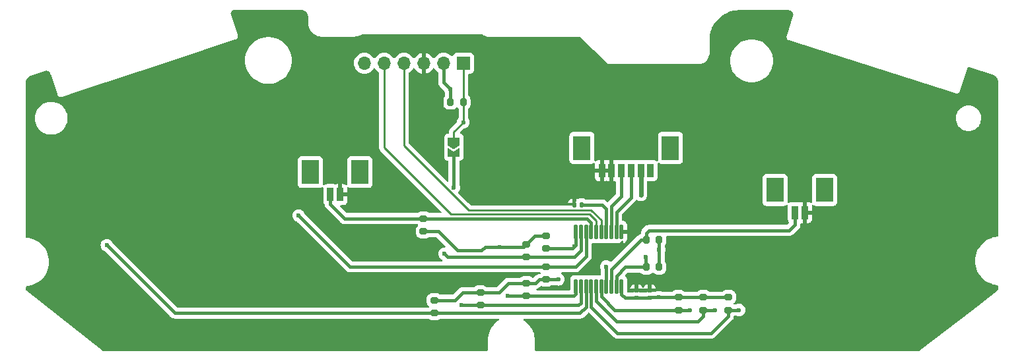
<source format=gbl>
G04 #@! TF.GenerationSoftware,KiCad,Pcbnew,8.0.9*
G04 #@! TF.CreationDate,2025-09-16T20:49:19+09:00*
G04 #@! TF.ProjectId,usb_sfc_pad,7573625f-7366-4635-9f70-61642e6b6963,rev?*
G04 #@! TF.SameCoordinates,Original*
G04 #@! TF.FileFunction,Copper,L2,Bot*
G04 #@! TF.FilePolarity,Positive*
%FSLAX46Y46*%
G04 Gerber Fmt 4.6, Leading zero omitted, Abs format (unit mm)*
G04 Created by KiCad (PCBNEW 8.0.9) date 2025-09-16 20:49:19*
%MOMM*%
%LPD*%
G01*
G04 APERTURE LIST*
G04 Aperture macros list*
%AMRoundRect*
0 Rectangle with rounded corners*
0 $1 Rounding radius*
0 $2 $3 $4 $5 $6 $7 $8 $9 X,Y pos of 4 corners*
0 Add a 4 corners polygon primitive as box body*
4,1,4,$2,$3,$4,$5,$6,$7,$8,$9,$2,$3,0*
0 Add four circle primitives for the rounded corners*
1,1,$1+$1,$2,$3*
1,1,$1+$1,$4,$5*
1,1,$1+$1,$6,$7*
1,1,$1+$1,$8,$9*
0 Add four rect primitives between the rounded corners*
20,1,$1+$1,$2,$3,$4,$5,0*
20,1,$1+$1,$4,$5,$6,$7,0*
20,1,$1+$1,$6,$7,$8,$9,0*
20,1,$1+$1,$8,$9,$2,$3,0*%
%AMFreePoly0*
4,1,6,1.000000,0.000000,0.500000,-0.750000,-0.500000,-0.750000,-0.500000,0.750000,0.500000,0.750000,1.000000,0.000000,1.000000,0.000000,$1*%
%AMFreePoly1*
4,1,6,0.500000,-0.750000,-0.650000,-0.750000,-0.150000,0.000000,-0.650000,0.750000,0.500000,0.750000,0.500000,-0.750000,0.500000,-0.750000,$1*%
G04 Aperture macros list end*
G04 #@! TA.AperFunction,SMDPad,CuDef*
%ADD10RoundRect,0.200000X-0.275000X0.200000X-0.275000X-0.200000X0.275000X-0.200000X0.275000X0.200000X0*%
G04 #@! TD*
G04 #@! TA.AperFunction,SMDPad,CuDef*
%ADD11RoundRect,0.200000X0.200000X0.275000X-0.200000X0.275000X-0.200000X-0.275000X0.200000X-0.275000X0*%
G04 #@! TD*
G04 #@! TA.AperFunction,SMDPad,CuDef*
%ADD12RoundRect,0.200000X0.275000X-0.200000X0.275000X0.200000X-0.275000X0.200000X-0.275000X-0.200000X0*%
G04 #@! TD*
G04 #@! TA.AperFunction,SMDPad,CuDef*
%ADD13R,0.812800X1.701800*%
G04 #@! TD*
G04 #@! TA.AperFunction,SMDPad,CuDef*
%ADD14R,2.209800X3.098800*%
G04 #@! TD*
G04 #@! TA.AperFunction,SMDPad,CuDef*
%ADD15FreePoly0,270.000000*%
G04 #@! TD*
G04 #@! TA.AperFunction,SMDPad,CuDef*
%ADD16FreePoly1,270.000000*%
G04 #@! TD*
G04 #@! TA.AperFunction,SMDPad,CuDef*
%ADD17RoundRect,0.140000X0.170000X-0.140000X0.170000X0.140000X-0.170000X0.140000X-0.170000X-0.140000X0*%
G04 #@! TD*
G04 #@! TA.AperFunction,SMDPad,CuDef*
%ADD18RoundRect,0.140000X-0.140000X-0.170000X0.140000X-0.170000X0.140000X0.170000X-0.140000X0.170000X0*%
G04 #@! TD*
G04 #@! TA.AperFunction,SMDPad,CuDef*
%ADD19RoundRect,0.112500X0.112500X-0.837500X0.112500X0.837500X-0.112500X0.837500X-0.112500X-0.837500X0*%
G04 #@! TD*
G04 #@! TA.AperFunction,ComponentPad*
%ADD20R,1.700000X1.700000*%
G04 #@! TD*
G04 #@! TA.AperFunction,ComponentPad*
%ADD21O,1.700000X1.700000*%
G04 #@! TD*
G04 #@! TA.AperFunction,ViaPad*
%ADD22C,0.600000*%
G04 #@! TD*
G04 #@! TA.AperFunction,Conductor*
%ADD23C,0.400000*%
G04 #@! TD*
G04 #@! TA.AperFunction,Conductor*
%ADD24C,0.200000*%
G04 #@! TD*
G04 #@! TA.AperFunction,Conductor*
%ADD25C,0.600000*%
G04 #@! TD*
G04 #@! TA.AperFunction,Conductor*
%ADD26C,0.250000*%
G04 #@! TD*
G04 APERTURE END LIST*
D10*
X182000000Y-120075000D03*
X182000000Y-121725000D03*
X158600000Y-112175000D03*
X158600000Y-113825000D03*
D11*
X173125000Y-116200000D03*
X171475000Y-116200000D03*
D12*
X142900000Y-111625000D03*
X142900000Y-109975000D03*
D10*
X178800000Y-120075000D03*
X178800000Y-121725000D03*
D11*
X148025000Y-95000000D03*
X146375000Y-95000000D03*
D13*
X190550000Y-109199999D03*
X191800000Y-109199999D03*
D14*
X194350000Y-106300000D03*
X188000000Y-106300000D03*
D10*
X144300000Y-120475000D03*
X144300000Y-122125000D03*
D15*
X146800000Y-100075000D03*
D16*
X146800000Y-101525000D03*
D10*
X150200000Y-119475000D03*
X150200000Y-121125000D03*
D13*
X130950000Y-106899999D03*
X132200000Y-106899999D03*
D14*
X134750000Y-104000000D03*
X128400000Y-104000000D03*
D17*
X171900000Y-120180000D03*
X171900000Y-119220000D03*
D18*
X162220000Y-108200000D03*
X163180000Y-108200000D03*
D10*
X156100000Y-118275000D03*
X156100000Y-119925000D03*
D12*
X158600000Y-117825000D03*
X158600000Y-116175000D03*
D11*
X173125000Y-112700000D03*
X171475000Y-112700000D03*
D13*
X165775000Y-103804500D03*
X167025000Y-103804500D03*
X168275000Y-103804500D03*
X169525000Y-103804500D03*
X170775000Y-103804500D03*
X172025000Y-103804500D03*
D14*
X174575000Y-100904501D03*
X163225000Y-100904501D03*
D17*
X170200000Y-120180000D03*
X170200000Y-119220000D03*
D10*
X156100000Y-113275000D03*
X156100000Y-114925000D03*
X175600000Y-120075000D03*
X175600000Y-121725000D03*
D19*
X168300000Y-118700000D03*
X167650000Y-118700000D03*
X167000000Y-118700000D03*
X166350000Y-118700000D03*
X165700000Y-118700000D03*
X165050000Y-118700000D03*
X164400000Y-118700000D03*
X163750000Y-118700000D03*
X163100000Y-118700000D03*
X162450000Y-118700000D03*
X162450000Y-111700000D03*
X163100000Y-111700000D03*
X163750000Y-111700000D03*
X164400000Y-111700000D03*
X165050000Y-111700000D03*
X165700000Y-111700000D03*
X166350000Y-111700000D03*
X167000000Y-111700000D03*
X167650000Y-111700000D03*
X168300000Y-111700000D03*
D20*
X148020000Y-90000000D03*
D21*
X145480000Y-90000000D03*
X142940000Y-90000000D03*
X140400000Y-90000000D03*
X137860000Y-90000000D03*
X135320000Y-90000000D03*
D22*
X142940000Y-92660000D03*
X170775000Y-106925000D03*
X173125000Y-114000000D03*
X152700000Y-113610295D03*
X173100000Y-120075000D03*
X146300000Y-93300000D03*
X160200000Y-117800000D03*
X180275000Y-121725000D03*
X162250000Y-113550000D03*
X126900000Y-109600000D03*
X171400000Y-114900000D03*
X146800000Y-106000000D03*
X145600000Y-114500000D03*
X153725000Y-119925000D03*
X147800000Y-121125000D03*
X148000000Y-97600000D03*
X166350000Y-116150000D03*
X102300000Y-113400000D03*
X183375000Y-121725000D03*
X177075000Y-121725000D03*
D23*
X142940000Y-90000000D02*
X142940000Y-92660000D01*
X157200000Y-112175000D02*
X156100000Y-113275000D01*
X155764705Y-113610295D02*
X152700000Y-113610295D01*
D24*
X156125000Y-118300000D02*
X156100000Y-118275000D01*
D23*
X178800000Y-120075000D02*
X175600000Y-120075000D01*
X146375000Y-93375000D02*
X146300000Y-93300000D01*
X174100000Y-120075000D02*
X173100000Y-120075000D01*
X168780000Y-120180000D02*
X170200000Y-120180000D01*
X152700000Y-113610295D02*
X150789705Y-113610295D01*
X156100000Y-118275000D02*
X153825000Y-118275000D01*
X173125000Y-120050000D02*
X173100000Y-120075000D01*
X150300000Y-114100000D02*
X147300000Y-114100000D01*
D25*
X170775000Y-103804500D02*
X170775000Y-106925000D01*
D23*
X146300000Y-93300000D02*
X145500000Y-92500000D01*
X157775000Y-117825000D02*
X157300000Y-118300000D01*
X144825000Y-111625000D02*
X142900000Y-111625000D01*
X171900000Y-120180000D02*
X170200000Y-120180000D01*
X168300000Y-118700000D02*
X168300000Y-119700000D01*
X150200000Y-119475000D02*
X147925000Y-119475000D01*
X147300000Y-114100000D02*
X144825000Y-111625000D01*
X172005000Y-120075000D02*
X171900000Y-120180000D01*
D24*
X145500000Y-90020000D02*
X145480000Y-90000000D01*
D23*
X152625000Y-119475000D02*
X150200000Y-119475000D01*
X146375000Y-95000000D02*
X146375000Y-93375000D01*
X173125000Y-114000000D02*
X173125000Y-116200000D01*
X158600000Y-112175000D02*
X157200000Y-112175000D01*
X160175000Y-117825000D02*
X160200000Y-117800000D01*
X156100000Y-113275000D02*
X155764705Y-113610295D01*
X158600000Y-117825000D02*
X157775000Y-117825000D01*
X145500000Y-92500000D02*
X145500000Y-90020000D01*
X150789705Y-113610295D02*
X150300000Y-114100000D01*
X158600000Y-117825000D02*
X160175000Y-117825000D01*
X146925000Y-120475000D02*
X144300000Y-120475000D01*
X147925000Y-119475000D02*
X146925000Y-120475000D01*
X182000000Y-120075000D02*
X178800000Y-120075000D01*
X153825000Y-118275000D02*
X152625000Y-119475000D01*
X173125000Y-112700000D02*
X173125000Y-114000000D01*
X173100000Y-120075000D02*
X172005000Y-120075000D01*
X157300000Y-118300000D02*
X156125000Y-118300000D01*
X175600000Y-120075000D02*
X174100000Y-120075000D01*
X168300000Y-119700000D02*
X168780000Y-120180000D01*
X166350000Y-108750000D02*
X166350000Y-111700000D01*
X163180000Y-108200000D02*
X165800000Y-108200000D01*
X165800000Y-108200000D02*
X166350000Y-108750000D01*
X178100000Y-123200000D02*
X167700000Y-123200000D01*
X165050000Y-120550000D02*
X165050000Y-118700000D01*
X178800000Y-122500000D02*
X178100000Y-123200000D01*
X167700000Y-123200000D02*
X165050000Y-120550000D01*
X178800000Y-121725000D02*
X178800000Y-122500000D01*
X178800000Y-121725000D02*
X180275000Y-121725000D01*
X162250000Y-113550000D02*
X161975000Y-113825000D01*
X162450000Y-113350000D02*
X162250000Y-113550000D01*
X161975000Y-113825000D02*
X158600000Y-113825000D01*
X162450000Y-111700000D02*
X162450000Y-113350000D01*
X163750000Y-114850000D02*
X162425000Y-116175000D01*
X133475000Y-116175000D02*
X158600000Y-116175000D01*
X162425000Y-116175000D02*
X158600000Y-116175000D01*
X126900000Y-109600000D02*
X133475000Y-116175000D01*
X163750000Y-111700000D02*
X163750000Y-114850000D01*
X168800000Y-116200000D02*
X171475000Y-116200000D01*
X167650000Y-118700000D02*
X167650000Y-117350000D01*
X171400000Y-114900000D02*
X171400000Y-116125000D01*
X167650000Y-117350000D02*
X168800000Y-116200000D01*
X171400000Y-116125000D02*
X171475000Y-116200000D01*
X168275000Y-107125000D02*
X167000000Y-108400000D01*
X167000000Y-108400000D02*
X167000000Y-111700000D01*
X168275000Y-103804500D02*
X168275000Y-107125000D01*
X162275000Y-114925000D02*
X156100000Y-114925000D01*
X163100000Y-114100000D02*
X162275000Y-114925000D01*
X146800000Y-101525000D02*
X146800000Y-106000000D01*
X163100000Y-111700000D02*
X163100000Y-114100000D01*
X146025000Y-114925000D02*
X156100000Y-114925000D01*
X145600000Y-114500000D02*
X146025000Y-114925000D01*
X162175000Y-119925000D02*
X156100000Y-119925000D01*
X153700000Y-119900000D02*
X153725000Y-119925000D01*
X162450000Y-118700000D02*
X162450000Y-119650000D01*
X156100000Y-119925000D02*
X153725000Y-119925000D01*
X162450000Y-119650000D02*
X162175000Y-119925000D01*
X163100000Y-120800000D02*
X162775000Y-121125000D01*
X147725000Y-121125000D02*
X147700000Y-121100000D01*
X163100000Y-118700000D02*
X163100000Y-120800000D01*
X162775000Y-121125000D02*
X150200000Y-121125000D01*
X150200000Y-121125000D02*
X147800000Y-121125000D01*
X147800000Y-121125000D02*
X147725000Y-121125000D01*
X171475000Y-112700000D02*
X171475000Y-111825000D01*
X167000000Y-116500000D02*
X167000000Y-118700000D01*
X170800000Y-112700000D02*
X167000000Y-116500000D01*
X189800000Y-111500000D02*
X190550000Y-110750000D01*
X190550000Y-110750000D02*
X190550000Y-109199999D01*
X171800000Y-111500000D02*
X189800000Y-111500000D01*
X171475000Y-112700000D02*
X170800000Y-112700000D01*
X171475000Y-111825000D02*
X171800000Y-111500000D01*
D26*
X165050000Y-111700000D02*
X165050000Y-110250000D01*
X165050000Y-110250000D02*
X164200000Y-109400000D01*
X146400000Y-109400000D02*
X137860000Y-100860000D01*
X164200000Y-109400000D02*
X146400000Y-109400000D01*
X137860000Y-100860000D02*
X137860000Y-90000000D01*
X148025000Y-95000000D02*
X148025000Y-90005000D01*
X148025000Y-97575000D02*
X148000000Y-97600000D01*
X148025000Y-95000000D02*
X148025000Y-97575000D01*
D23*
X166350000Y-118700000D02*
X166350000Y-116150000D01*
D26*
X146800000Y-98800000D02*
X146800000Y-100075000D01*
X148000000Y-97600000D02*
X146800000Y-98800000D01*
D24*
X148025000Y-90005000D02*
X148020000Y-90000000D01*
D23*
X169525000Y-103804500D02*
X169525000Y-107275000D01*
X167650000Y-109150000D02*
X167650000Y-111700000D01*
X169525000Y-107275000D02*
X167650000Y-109150000D01*
X111025000Y-122125000D02*
X102300000Y-113400000D01*
X163750000Y-121350000D02*
X162975000Y-122125000D01*
X144300000Y-122125000D02*
X111025000Y-122125000D01*
X163750000Y-118700000D02*
X163750000Y-121350000D01*
X162975000Y-122125000D02*
X144300000Y-122125000D01*
X179800000Y-124700000D02*
X167800000Y-124700000D01*
X164400000Y-121300000D02*
X164400000Y-118700000D01*
X182000000Y-121725000D02*
X182000000Y-122500000D01*
X182000000Y-121725000D02*
X183375000Y-121725000D01*
X167800000Y-124700000D02*
X164400000Y-121300000D01*
X182000000Y-122500000D02*
X179800000Y-124700000D01*
D26*
X148700000Y-108900000D02*
X140400000Y-100600000D01*
X164400000Y-108900000D02*
X148700000Y-108900000D01*
X165700000Y-110200000D02*
X164400000Y-108900000D01*
X140400000Y-100600000D02*
X140400000Y-90000000D01*
X165700000Y-111700000D02*
X165700000Y-110200000D01*
D23*
X167425000Y-121725000D02*
X165700000Y-120000000D01*
X175600000Y-121725000D02*
X177075000Y-121725000D01*
X165700000Y-120000000D02*
X165700000Y-118700000D01*
X175600000Y-121725000D02*
X167425000Y-121725000D01*
X164400000Y-110500000D02*
X163875000Y-109975000D01*
X132774101Y-109975000D02*
X130950000Y-108150899D01*
X142900000Y-109975000D02*
X132774101Y-109975000D01*
X164400000Y-111700000D02*
X164400000Y-110500000D01*
X163875000Y-109975000D02*
X142900000Y-109975000D01*
X130950000Y-108150899D02*
X130950000Y-106899999D01*
G04 #@! TA.AperFunction,Conductor*
G36*
X127210002Y-83169401D02*
G01*
X127269802Y-83169400D01*
X127281955Y-83169996D01*
X127423605Y-83183947D01*
X127447434Y-83188686D01*
X127577790Y-83228229D01*
X127600242Y-83237529D01*
X127720371Y-83301741D01*
X127740582Y-83315246D01*
X127841577Y-83398133D01*
X127845869Y-83401655D01*
X127863058Y-83418844D01*
X127949468Y-83524139D01*
X127962972Y-83544349D01*
X128016983Y-83645404D01*
X128027177Y-83664475D01*
X128036479Y-83686934D01*
X128076016Y-83817284D01*
X128080757Y-83841127D01*
X128094732Y-83983075D01*
X128095329Y-83995228D01*
X128095327Y-84062962D01*
X128095330Y-84063007D01*
X128095330Y-84717828D01*
X128095279Y-84718001D01*
X128095281Y-84888913D01*
X128095282Y-84888923D01*
X128126529Y-85126219D01*
X128126531Y-85126229D01*
X128188483Y-85357416D01*
X128188489Y-85357432D01*
X128280081Y-85578542D01*
X128280086Y-85578552D01*
X128289072Y-85594116D01*
X128375706Y-85744165D01*
X128399767Y-85785837D01*
X128545473Y-85975717D01*
X128545483Y-85975728D01*
X128714701Y-86144939D01*
X128714729Y-86144967D01*
X128904624Y-86290673D01*
X128904626Y-86290674D01*
X128904635Y-86290680D01*
X129048518Y-86373747D01*
X129111912Y-86410346D01*
X129333047Y-86501939D01*
X129564245Y-86563884D01*
X129801551Y-86595122D01*
X129921228Y-86595120D01*
X133988302Y-86595120D01*
X133997709Y-86595120D01*
X133997747Y-86595116D01*
X134038903Y-86595122D01*
X134039036Y-86595123D01*
X134039036Y-86595122D01*
X134039046Y-86595123D01*
X134270798Y-86568602D01*
X134270813Y-86568598D01*
X134270816Y-86568598D01*
X134498029Y-86515906D01*
X134498029Y-86515905D01*
X134498033Y-86515905D01*
X134498037Y-86515903D01*
X134498042Y-86515902D01*
X134556470Y-86495114D01*
X134717803Y-86437715D01*
X134927259Y-86335047D01*
X135032503Y-86267634D01*
X135099402Y-86248051D01*
X150362348Y-86250462D01*
X150429384Y-86270157D01*
X150440371Y-86278102D01*
X150477672Y-86308312D01*
X150491272Y-86319327D01*
X150683139Y-86437718D01*
X150683377Y-86437865D01*
X150683381Y-86437867D01*
X150784884Y-86483802D01*
X150889027Y-86530932D01*
X151104871Y-86597009D01*
X151150759Y-86604839D01*
X151173454Y-86611240D01*
X151175520Y-86611767D01*
X151175526Y-86611770D01*
X151225422Y-86617738D01*
X151231534Y-86618625D01*
X151281079Y-86627089D01*
X151282994Y-86627162D01*
X151306820Y-86627475D01*
X151402678Y-86638943D01*
X151420039Y-86642290D01*
X151440563Y-86647789D01*
X151440565Y-86647789D01*
X151440568Y-86647790D01*
X151469244Y-86647790D01*
X151483970Y-86648667D01*
X151503825Y-86651042D01*
X151512436Y-86652073D01*
X151512436Y-86652072D01*
X151512437Y-86652073D01*
X151531872Y-86649280D01*
X151533466Y-86649051D01*
X151551104Y-86647790D01*
X162956220Y-86647790D01*
X163023259Y-86667475D01*
X163043145Y-86683359D01*
X166388364Y-89971594D01*
X166389121Y-89972345D01*
X166433910Y-90017134D01*
X166435051Y-90017995D01*
X166435891Y-90018633D01*
X166437148Y-90019597D01*
X166492227Y-90050769D01*
X166493016Y-90051219D01*
X166546768Y-90082253D01*
X166548057Y-90082997D01*
X166549502Y-90083581D01*
X166550460Y-90083973D01*
X166551836Y-90084542D01*
X166551954Y-90084572D01*
X166551957Y-90084574D01*
X166613220Y-90100426D01*
X166614102Y-90100658D01*
X166675238Y-90117040D01*
X166675241Y-90117040D01*
X166675360Y-90117072D01*
X166676789Y-90117248D01*
X166677862Y-90117385D01*
X166679405Y-90117588D01*
X166679538Y-90117586D01*
X166679539Y-90117587D01*
X166742635Y-90117045D01*
X166743700Y-90117040D01*
X178097419Y-90117040D01*
X178097423Y-90117041D01*
X178163315Y-90117040D01*
X178229202Y-90117040D01*
X178237657Y-90117040D01*
X178237818Y-90117029D01*
X178274465Y-90117029D01*
X178274466Y-90117029D01*
X178494030Y-90082252D01*
X178705450Y-90013556D01*
X178903521Y-89912633D01*
X179083367Y-89781968D01*
X179154386Y-89710950D01*
X182215527Y-89710950D01*
X182235720Y-90044789D01*
X182235720Y-90044794D01*
X182235721Y-90044795D01*
X182296008Y-90373771D01*
X182296009Y-90373775D01*
X182296010Y-90373779D01*
X182395502Y-90693063D01*
X182395506Y-90693074D01*
X182395507Y-90693077D01*
X182395509Y-90693082D01*
X182532774Y-90998072D01*
X182705800Y-91284292D01*
X182705805Y-91284300D01*
X182912067Y-91547573D01*
X183148556Y-91784062D01*
X183411829Y-91990324D01*
X183411834Y-91990327D01*
X183411838Y-91990330D01*
X183698058Y-92163356D01*
X184003048Y-92300621D01*
X184003058Y-92300624D01*
X184003066Y-92300627D01*
X184099729Y-92330748D01*
X184322359Y-92400122D01*
X184651335Y-92460409D01*
X184985180Y-92480603D01*
X185319025Y-92460409D01*
X185648001Y-92400122D01*
X185967312Y-92300621D01*
X186272302Y-92163356D01*
X186558522Y-91990330D01*
X186560782Y-91988560D01*
X186755558Y-91835962D01*
X186821800Y-91784065D01*
X187058295Y-91547570D01*
X187223501Y-91336700D01*
X187264554Y-91284300D01*
X187264554Y-91284298D01*
X187264560Y-91284292D01*
X187437586Y-90998072D01*
X187574851Y-90693082D01*
X187579603Y-90677834D01*
X187598787Y-90616267D01*
X187674352Y-90373771D01*
X187734639Y-90044795D01*
X187754833Y-89710950D01*
X187734639Y-89377105D01*
X187674352Y-89048129D01*
X187630583Y-88907669D01*
X187574857Y-88728836D01*
X187574853Y-88728825D01*
X187574851Y-88728818D01*
X187437586Y-88423828D01*
X187264560Y-88137608D01*
X187264557Y-88137604D01*
X187264554Y-88137599D01*
X187058292Y-87874326D01*
X186821803Y-87637837D01*
X186558530Y-87431575D01*
X186558522Y-87431570D01*
X186272302Y-87258544D01*
X185967312Y-87121279D01*
X185967307Y-87121277D01*
X185967304Y-87121276D01*
X185967293Y-87121272D01*
X185648009Y-87021780D01*
X185648005Y-87021779D01*
X185648001Y-87021778D01*
X185319025Y-86961491D01*
X185319024Y-86961490D01*
X185319019Y-86961490D01*
X184985180Y-86941297D01*
X184651340Y-86961490D01*
X184651335Y-86961491D01*
X184322359Y-87021778D01*
X184322356Y-87021778D01*
X184322350Y-87021780D01*
X184003066Y-87121272D01*
X184003055Y-87121276D01*
X183698062Y-87258542D01*
X183698060Y-87258543D01*
X183411829Y-87431575D01*
X183148556Y-87637837D01*
X182912067Y-87874326D01*
X182705805Y-88137599D01*
X182532773Y-88423830D01*
X182532772Y-88423832D01*
X182395506Y-88728825D01*
X182395502Y-88728836D01*
X182296010Y-89048120D01*
X182296008Y-89048126D01*
X182296008Y-89048129D01*
X182269804Y-89191120D01*
X182235720Y-89377110D01*
X182215527Y-89710950D01*
X179154386Y-89710950D01*
X179240558Y-89624779D01*
X179371225Y-89444935D01*
X179472150Y-89246864D01*
X179540848Y-89035445D01*
X179575628Y-88815881D01*
X179575628Y-88785058D01*
X179575630Y-88785041D01*
X179575630Y-88704710D01*
X179575630Y-88704708D01*
X179575632Y-88638839D01*
X179575630Y-88638834D01*
X179575631Y-88631255D01*
X179575630Y-88631221D01*
X179575630Y-87067630D01*
X179575631Y-87067627D01*
X179575630Y-87004783D01*
X179575779Y-86998700D01*
X179578456Y-86944190D01*
X179593653Y-86634788D01*
X179594846Y-86622683D01*
X179596465Y-86611770D01*
X179647856Y-86265299D01*
X179650229Y-86253371D01*
X179677383Y-86144963D01*
X179738017Y-85902891D01*
X179741536Y-85891288D01*
X179863259Y-85551084D01*
X179867914Y-85539850D01*
X179893655Y-85485424D01*
X180022385Y-85213242D01*
X180028112Y-85202525D01*
X180213865Y-84892611D01*
X180220612Y-84882515D01*
X180435838Y-84592314D01*
X180443542Y-84582924D01*
X180686188Y-84315202D01*
X180694778Y-84306612D01*
X180962500Y-84063962D01*
X180971885Y-84056261D01*
X181262091Y-83841027D01*
X181272178Y-83834287D01*
X181582091Y-83648531D01*
X181592812Y-83642802D01*
X181800967Y-83544351D01*
X181919427Y-83488323D01*
X181930644Y-83483676D01*
X182270846Y-83361949D01*
X182282454Y-83358427D01*
X182632938Y-83270636D01*
X182644869Y-83268262D01*
X183002254Y-83215249D01*
X183014354Y-83214057D01*
X183313676Y-83199352D01*
X183377454Y-83196219D01*
X183383538Y-83196070D01*
X183447192Y-83196070D01*
X189707840Y-83196070D01*
X189707868Y-83196071D01*
X189716488Y-83196070D01*
X189716492Y-83196072D01*
X189775097Y-83196070D01*
X189789616Y-83196922D01*
X189894621Y-83209304D01*
X189922870Y-83216061D01*
X190015222Y-83250001D01*
X190041119Y-83263142D01*
X190123048Y-83317643D01*
X190145173Y-83336445D01*
X190206534Y-83402445D01*
X190212171Y-83408508D01*
X190229322Y-83431954D01*
X190271859Y-83507261D01*
X190277711Y-83517620D01*
X190288936Y-83544411D01*
X190316066Y-83638981D01*
X190320751Y-83667652D01*
X190325133Y-83765942D01*
X190323019Y-83794914D01*
X190303038Y-83898667D01*
X190299454Y-83912765D01*
X189770218Y-85578542D01*
X189497248Y-86437718D01*
X189482606Y-86483803D01*
X189469183Y-86526049D01*
X189463147Y-86657693D01*
X189463147Y-86657699D01*
X189491386Y-86786413D01*
X189491387Y-86786416D01*
X189551981Y-86903442D01*
X189551984Y-86903447D01*
X189629895Y-86988847D01*
X189640801Y-87000801D01*
X189673570Y-87021778D01*
X189751787Y-87071850D01*
X189751788Y-87071850D01*
X189751791Y-87071852D01*
X211026996Y-93831244D01*
X211027001Y-93831247D01*
X211041181Y-93835752D01*
X211166778Y-93875656D01*
X211283561Y-93881011D01*
X211299777Y-93883715D01*
X211314734Y-93882440D01*
X211316800Y-93882534D01*
X211332368Y-93874245D01*
X211427146Y-93853453D01*
X211544174Y-93792858D01*
X211641531Y-93704040D01*
X211712582Y-93593049D01*
X212616282Y-90748660D01*
X212616303Y-90748610D01*
X212624065Y-90724178D01*
X212633413Y-90694749D01*
X212636315Y-90685614D01*
X212643621Y-90667631D01*
X212644165Y-90666546D01*
X212660572Y-90633782D01*
X212683090Y-90602307D01*
X212702734Y-90582356D01*
X212733855Y-90559358D01*
X212758701Y-90546432D01*
X212795394Y-90534150D01*
X212823012Y-90529513D01*
X212861708Y-90529142D01*
X212899333Y-90534716D01*
X212918228Y-90539049D01*
X215839162Y-91454458D01*
X215839172Y-91454463D01*
X215905091Y-91475122D01*
X215915634Y-91478958D01*
X216013356Y-91519608D01*
X216060951Y-91539407D01*
X216080783Y-91549851D01*
X216208108Y-91632405D01*
X216225732Y-91646245D01*
X216269655Y-91687679D01*
X216336105Y-91750364D01*
X216350952Y-91767155D01*
X216440789Y-91889457D01*
X216452367Y-91908639D01*
X216518712Y-92045105D01*
X216526650Y-92066067D01*
X216567344Y-92212251D01*
X216571379Y-92234301D01*
X216585621Y-92391275D01*
X216586128Y-92402481D01*
X216586127Y-92470758D01*
X216586130Y-92470803D01*
X216586130Y-112192190D01*
X216566445Y-112259229D01*
X216513641Y-112304984D01*
X216474169Y-112315604D01*
X216298977Y-112332693D01*
X216298961Y-112332695D01*
X215965812Y-112402446D01*
X215642221Y-112508081D01*
X215332081Y-112648331D01*
X215332075Y-112648334D01*
X215039051Y-112821539D01*
X214766642Y-113025632D01*
X214766631Y-113025640D01*
X214518097Y-113258175D01*
X214518082Y-113258190D01*
X214518082Y-113258191D01*
X214486288Y-113295219D01*
X214296336Y-113516442D01*
X214104047Y-113797304D01*
X214104040Y-113797316D01*
X213943494Y-114097453D01*
X213816595Y-114413303D01*
X213816593Y-114413308D01*
X213724860Y-114741091D01*
X213724859Y-114741097D01*
X213669377Y-115076934D01*
X213669376Y-115076943D01*
X213650811Y-115416801D01*
X213650811Y-115416815D01*
X213669378Y-115756673D01*
X213669379Y-115756679D01*
X213669379Y-115756683D01*
X213669380Y-115756688D01*
X213704745Y-115970750D01*
X213724863Y-116092520D01*
X213724864Y-116092528D01*
X213816597Y-116420303D01*
X213816599Y-116420309D01*
X213943499Y-116736158D01*
X213943507Y-116736175D01*
X214100934Y-117030472D01*
X214104054Y-117036304D01*
X214296347Y-117317172D01*
X214518092Y-117575420D01*
X214766651Y-117807975D01*
X215039064Y-118012069D01*
X215332089Y-118185273D01*
X215642238Y-118325525D01*
X215642242Y-118325526D01*
X215642246Y-118325528D01*
X215965812Y-118431153D01*
X215965823Y-118431156D01*
X216197657Y-118479693D01*
X216298983Y-118500908D01*
X216298988Y-118500909D01*
X216383829Y-118509183D01*
X216474167Y-118517994D01*
X216538979Y-118544093D01*
X216579392Y-118601089D01*
X216586130Y-118641408D01*
X216586130Y-119098629D01*
X216566445Y-119165668D01*
X216538055Y-119196667D01*
X213273325Y-121725003D01*
X206562799Y-126921899D01*
X206522771Y-126952898D01*
X206457714Y-126978383D01*
X206446846Y-126978860D01*
X157292410Y-126978860D01*
X157225371Y-126959175D01*
X157179616Y-126906371D01*
X157168410Y-126854860D01*
X157168410Y-125659588D01*
X157168650Y-125655825D01*
X157168411Y-125585368D01*
X157168410Y-125584947D01*
X157168410Y-125514562D01*
X157168081Y-125509693D01*
X157167726Y-125416935D01*
X157165835Y-125400500D01*
X157129526Y-125084862D01*
X157112110Y-125009010D01*
X157054728Y-124759087D01*
X157054726Y-124759078D01*
X156944249Y-124443603D01*
X156799459Y-124142329D01*
X156710080Y-123999500D01*
X156622149Y-123858985D01*
X156622140Y-123858972D01*
X156414493Y-123597047D01*
X156414485Y-123597038D01*
X156179065Y-123359762D01*
X156179064Y-123359761D01*
X156179061Y-123359758D01*
X155918765Y-123150055D01*
X155857875Y-123111283D01*
X155768065Y-123054095D01*
X155722089Y-123001483D01*
X155711856Y-122932367D01*
X155740615Y-122868690D01*
X155799234Y-122830670D01*
X155834667Y-122825500D01*
X163043996Y-122825500D01*
X163152457Y-122803925D01*
X163179328Y-122798580D01*
X163243069Y-122772177D01*
X163306807Y-122745777D01*
X163306808Y-122745776D01*
X163306811Y-122745775D01*
X163421543Y-122669114D01*
X164012319Y-122078338D01*
X164073642Y-122044853D01*
X164143333Y-122049837D01*
X164187681Y-122078338D01*
X167353451Y-125244109D01*
X167353454Y-125244112D01*
X167404824Y-125278436D01*
X167468192Y-125320777D01*
X167595667Y-125373578D01*
X167595672Y-125373580D01*
X167595676Y-125373580D01*
X167595677Y-125373581D01*
X167731004Y-125400500D01*
X167731007Y-125400500D01*
X179868996Y-125400500D01*
X179960040Y-125382389D01*
X180004328Y-125373580D01*
X180068069Y-125347177D01*
X180131807Y-125320777D01*
X180131808Y-125320776D01*
X180131811Y-125320775D01*
X180246543Y-125244114D01*
X182544114Y-122946543D01*
X182620775Y-122831811D01*
X182622216Y-122828334D01*
X182673578Y-122704332D01*
X182673580Y-122704328D01*
X182682389Y-122660040D01*
X182700500Y-122568996D01*
X182700500Y-122549500D01*
X182720185Y-122482461D01*
X182772989Y-122436706D01*
X182824500Y-122425500D01*
X182949506Y-122425500D01*
X183015477Y-122444506D01*
X183025474Y-122450787D01*
X183025475Y-122450787D01*
X183025478Y-122450789D01*
X183164686Y-122499500D01*
X183195745Y-122510368D01*
X183195750Y-122510369D01*
X183374996Y-122530565D01*
X183375000Y-122530565D01*
X183375004Y-122530565D01*
X183554249Y-122510369D01*
X183554252Y-122510368D01*
X183554255Y-122510368D01*
X183724522Y-122450789D01*
X183877262Y-122354816D01*
X184004816Y-122227262D01*
X184100789Y-122074522D01*
X184160368Y-121904255D01*
X184180565Y-121725000D01*
X184160368Y-121545745D01*
X184100789Y-121375478D01*
X184097050Y-121369528D01*
X184011857Y-121233944D01*
X184004816Y-121222738D01*
X183877262Y-121095184D01*
X183868716Y-121089814D01*
X183724523Y-120999211D01*
X183554254Y-120939631D01*
X183554249Y-120939630D01*
X183375004Y-120919435D01*
X183374996Y-120919435D01*
X183195750Y-120939630D01*
X183195745Y-120939631D01*
X183025474Y-120999212D01*
X183015477Y-121005494D01*
X182949506Y-121024500D01*
X182816520Y-121024500D01*
X182749481Y-121004815D01*
X182728926Y-120988269D01*
X182728838Y-120988181D01*
X182728423Y-120987766D01*
X182694879Y-120926479D01*
X182699794Y-120856783D01*
X182728336Y-120812320D01*
X182830472Y-120710185D01*
X182918478Y-120564606D01*
X182969086Y-120402196D01*
X182975500Y-120331616D01*
X182975500Y-119818384D01*
X182969086Y-119747804D01*
X182918478Y-119585394D01*
X182830472Y-119439815D01*
X182830470Y-119439813D01*
X182830469Y-119439811D01*
X182710188Y-119319530D01*
X182660729Y-119289631D01*
X182564606Y-119231522D01*
X182402196Y-119180914D01*
X182402194Y-119180913D01*
X182402192Y-119180913D01*
X182352778Y-119176423D01*
X182331616Y-119174500D01*
X181668384Y-119174500D01*
X181649145Y-119176248D01*
X181597807Y-119180913D01*
X181435393Y-119231522D01*
X181289811Y-119319530D01*
X181289810Y-119319531D01*
X181271161Y-119338181D01*
X181209838Y-119371666D01*
X181183480Y-119374500D01*
X179616520Y-119374500D01*
X179549481Y-119354815D01*
X179528839Y-119338181D01*
X179510188Y-119319530D01*
X179460729Y-119289631D01*
X179364606Y-119231522D01*
X179202196Y-119180914D01*
X179202194Y-119180913D01*
X179202192Y-119180913D01*
X179152778Y-119176423D01*
X179131616Y-119174500D01*
X178468384Y-119174500D01*
X178449145Y-119176248D01*
X178397807Y-119180913D01*
X178235393Y-119231522D01*
X178089811Y-119319530D01*
X178089810Y-119319531D01*
X178071161Y-119338181D01*
X178009838Y-119371666D01*
X177983480Y-119374500D01*
X176416520Y-119374500D01*
X176349481Y-119354815D01*
X176328839Y-119338181D01*
X176310188Y-119319530D01*
X176260729Y-119289631D01*
X176164606Y-119231522D01*
X176002196Y-119180914D01*
X176002194Y-119180913D01*
X176002192Y-119180913D01*
X175952778Y-119176423D01*
X175931616Y-119174500D01*
X175268384Y-119174500D01*
X175249145Y-119176248D01*
X175197807Y-119180913D01*
X175035393Y-119231522D01*
X174889811Y-119319530D01*
X174889810Y-119319531D01*
X174871161Y-119338181D01*
X174809838Y-119371666D01*
X174783480Y-119374500D01*
X173525494Y-119374500D01*
X173459523Y-119355494D01*
X173449525Y-119349212D01*
X173279254Y-119289631D01*
X173279249Y-119289630D01*
X173100004Y-119269435D01*
X173099996Y-119269435D01*
X172920750Y-119289630D01*
X172920745Y-119289631D01*
X172750474Y-119349212D01*
X172740477Y-119355494D01*
X172674506Y-119374500D01*
X171936006Y-119374500D01*
X171900001Y-119381662D01*
X171900000Y-119381662D01*
X171827590Y-119396065D01*
X171827589Y-119396065D01*
X171822295Y-119397118D01*
X171798110Y-119399500D01*
X171665302Y-119399500D01*
X171629008Y-119402356D01*
X171629002Y-119402357D01*
X171473610Y-119447503D01*
X171473605Y-119447506D01*
X171464766Y-119452732D01*
X171401648Y-119470000D01*
X170698352Y-119470000D01*
X170635233Y-119452732D01*
X170626395Y-119447506D01*
X170626393Y-119447505D01*
X170626389Y-119447503D01*
X170470997Y-119402357D01*
X170470991Y-119402356D01*
X170434697Y-119399500D01*
X170434690Y-119399500D01*
X169965310Y-119399500D01*
X169965302Y-119399500D01*
X169929008Y-119402356D01*
X169929002Y-119402357D01*
X169773610Y-119447503D01*
X169773605Y-119447506D01*
X169764766Y-119452732D01*
X169701648Y-119470000D01*
X169371906Y-119470000D01*
X169369569Y-119471744D01*
X169326403Y-119479500D01*
X169149499Y-119479500D01*
X169082460Y-119459815D01*
X169036705Y-119407011D01*
X169025499Y-119355500D01*
X169025499Y-118970000D01*
X169395496Y-118970000D01*
X169950000Y-118970000D01*
X169950000Y-118441210D01*
X169949999Y-118441209D01*
X170450000Y-118441209D01*
X170450000Y-118970000D01*
X171650000Y-118970000D01*
X172150000Y-118970000D01*
X172704504Y-118970000D01*
X172662031Y-118823804D01*
X172579721Y-118684625D01*
X172579714Y-118684616D01*
X172465383Y-118570285D01*
X172465374Y-118570278D01*
X172326195Y-118487968D01*
X172326190Y-118487966D01*
X172170918Y-118442855D01*
X172170912Y-118442854D01*
X172150000Y-118441209D01*
X172150000Y-118970000D01*
X171650000Y-118970000D01*
X171650000Y-118441210D01*
X171649999Y-118441209D01*
X171629087Y-118442854D01*
X171629081Y-118442855D01*
X171473809Y-118487966D01*
X171473804Y-118487968D01*
X171334625Y-118570278D01*
X171334616Y-118570285D01*
X171220285Y-118684616D01*
X171220278Y-118684625D01*
X171156732Y-118792077D01*
X171105663Y-118839761D01*
X171036921Y-118852264D01*
X170972332Y-118825619D01*
X170943268Y-118792077D01*
X170879721Y-118684625D01*
X170879714Y-118684616D01*
X170765383Y-118570285D01*
X170765374Y-118570278D01*
X170626195Y-118487968D01*
X170626190Y-118487966D01*
X170470918Y-118442855D01*
X170470912Y-118442854D01*
X170450000Y-118441209D01*
X169949999Y-118441209D01*
X169929087Y-118442854D01*
X169929081Y-118442855D01*
X169773809Y-118487966D01*
X169773804Y-118487968D01*
X169634625Y-118570278D01*
X169634616Y-118570285D01*
X169520285Y-118684616D01*
X169520278Y-118684625D01*
X169437968Y-118823804D01*
X169395496Y-118970000D01*
X169025499Y-118970000D01*
X169025499Y-117800606D01*
X169025498Y-117800584D01*
X169022765Y-117765847D01*
X169022765Y-117765844D01*
X168979555Y-117617113D01*
X168900715Y-117483802D01*
X168900713Y-117483800D01*
X168900710Y-117483796D01*
X168791466Y-117374552D01*
X168757981Y-117313229D01*
X168762965Y-117243537D01*
X168791466Y-117199190D01*
X168885842Y-117104815D01*
X169053838Y-116936819D01*
X169115161Y-116903334D01*
X169141519Y-116900500D01*
X170658480Y-116900500D01*
X170725519Y-116920185D01*
X170746161Y-116936819D01*
X170839811Y-117030469D01*
X170839813Y-117030470D01*
X170839815Y-117030472D01*
X170985394Y-117118478D01*
X171147804Y-117169086D01*
X171218384Y-117175500D01*
X171218387Y-117175500D01*
X171731613Y-117175500D01*
X171731616Y-117175500D01*
X171802196Y-117169086D01*
X171964606Y-117118478D01*
X172110185Y-117030472D01*
X172157551Y-116983106D01*
X172212319Y-116928339D01*
X172273642Y-116894854D01*
X172343334Y-116899838D01*
X172387681Y-116928339D01*
X172489811Y-117030469D01*
X172489813Y-117030470D01*
X172489815Y-117030472D01*
X172635394Y-117118478D01*
X172797804Y-117169086D01*
X172868384Y-117175500D01*
X172868387Y-117175500D01*
X173381613Y-117175500D01*
X173381616Y-117175500D01*
X173452196Y-117169086D01*
X173614606Y-117118478D01*
X173760185Y-117030472D01*
X173880472Y-116910185D01*
X173968478Y-116764606D01*
X174019086Y-116602196D01*
X174025500Y-116531616D01*
X174025500Y-115868384D01*
X174019086Y-115797804D01*
X173968478Y-115635394D01*
X173880472Y-115489815D01*
X173880470Y-115489813D01*
X173880469Y-115489811D01*
X173861819Y-115471161D01*
X173828334Y-115409838D01*
X173825500Y-115383480D01*
X173825500Y-114425493D01*
X173844508Y-114359519D01*
X173850787Y-114349525D01*
X173850786Y-114349525D01*
X173850789Y-114349522D01*
X173910368Y-114179255D01*
X173910369Y-114179249D01*
X173930565Y-114000003D01*
X173930565Y-113999996D01*
X173910369Y-113820750D01*
X173910366Y-113820737D01*
X173850790Y-113650479D01*
X173844506Y-113640478D01*
X173825500Y-113574507D01*
X173825500Y-113516519D01*
X173845185Y-113449480D01*
X173861821Y-113428836D01*
X173880469Y-113410188D01*
X173880472Y-113410185D01*
X173968478Y-113264606D01*
X174019086Y-113102196D01*
X174025500Y-113031616D01*
X174025500Y-112368384D01*
X174023366Y-112344898D01*
X174022532Y-112335721D01*
X174036069Y-112267175D01*
X174084516Y-112216830D01*
X174146023Y-112200500D01*
X189868996Y-112200500D01*
X189960040Y-112182389D01*
X190004328Y-112173580D01*
X190068069Y-112147177D01*
X190131807Y-112120777D01*
X190131808Y-112120776D01*
X190131811Y-112120775D01*
X190246543Y-112044114D01*
X191094114Y-111196543D01*
X191170775Y-111081811D01*
X191223580Y-110954329D01*
X191229513Y-110924500D01*
X191250500Y-110818993D01*
X191250500Y-110674899D01*
X191270185Y-110607860D01*
X191322989Y-110562105D01*
X191374500Y-110550899D01*
X191550000Y-110550899D01*
X192050000Y-110550899D01*
X192254228Y-110550899D01*
X192254244Y-110550898D01*
X192313772Y-110544497D01*
X192313779Y-110544495D01*
X192448486Y-110494253D01*
X192448493Y-110494249D01*
X192563587Y-110408089D01*
X192563590Y-110408086D01*
X192649750Y-110292992D01*
X192649754Y-110292985D01*
X192699996Y-110158278D01*
X192699998Y-110158271D01*
X192706399Y-110098743D01*
X192706400Y-110098726D01*
X192706400Y-109449999D01*
X192050000Y-109449999D01*
X192050000Y-110550899D01*
X191550000Y-110550899D01*
X191550000Y-107849099D01*
X192050000Y-107849099D01*
X192050000Y-108949999D01*
X192706400Y-108949999D01*
X192706400Y-108319056D01*
X192726085Y-108252017D01*
X192778889Y-108206262D01*
X192848047Y-108196318D01*
X192904711Y-108219790D01*
X193002764Y-108293193D01*
X193002771Y-108293197D01*
X193137617Y-108343491D01*
X193137616Y-108343491D01*
X193144544Y-108344235D01*
X193197227Y-108349900D01*
X195502772Y-108349899D01*
X195562383Y-108343491D01*
X195697231Y-108293196D01*
X195812446Y-108206946D01*
X195898696Y-108091731D01*
X195948991Y-107956883D01*
X195955400Y-107897273D01*
X195955399Y-104702728D01*
X195948991Y-104643117D01*
X195898696Y-104508269D01*
X195898695Y-104508268D01*
X195898693Y-104508264D01*
X195812447Y-104393055D01*
X195812444Y-104393052D01*
X195697235Y-104306806D01*
X195697228Y-104306802D01*
X195562382Y-104256508D01*
X195562383Y-104256508D01*
X195502783Y-104250101D01*
X195502781Y-104250100D01*
X195502773Y-104250100D01*
X195502764Y-104250100D01*
X193197229Y-104250100D01*
X193197223Y-104250101D01*
X193137616Y-104256508D01*
X193002771Y-104306802D01*
X193002764Y-104306806D01*
X192887555Y-104393052D01*
X192887552Y-104393055D01*
X192801306Y-104508264D01*
X192801302Y-104508271D01*
X192751008Y-104643117D01*
X192744601Y-104702716D01*
X192744601Y-104702723D01*
X192744600Y-104702735D01*
X192744600Y-107879693D01*
X192724915Y-107946732D01*
X192672111Y-107992487D01*
X192602953Y-108002431D01*
X192546288Y-107978959D01*
X192448489Y-107905746D01*
X192448486Y-107905744D01*
X192313779Y-107855502D01*
X192313772Y-107855500D01*
X192254244Y-107849099D01*
X192050000Y-107849099D01*
X191550000Y-107849099D01*
X191345755Y-107849099D01*
X191286227Y-107855500D01*
X191286221Y-107855501D01*
X191219045Y-107880556D01*
X191149354Y-107885539D01*
X191132382Y-107880555D01*
X191063885Y-107855008D01*
X191063883Y-107855007D01*
X191004283Y-107848600D01*
X191004281Y-107848599D01*
X191004273Y-107848599D01*
X191004264Y-107848599D01*
X190095729Y-107848599D01*
X190095723Y-107848600D01*
X190036116Y-107855007D01*
X189901271Y-107905301D01*
X189901268Y-107905303D01*
X189803710Y-107978335D01*
X189738245Y-108002752D01*
X189669972Y-107987900D01*
X189620567Y-107938495D01*
X189605399Y-107879071D01*
X189605399Y-104702728D01*
X189598991Y-104643117D01*
X189548696Y-104508269D01*
X189548695Y-104508268D01*
X189548693Y-104508264D01*
X189462447Y-104393055D01*
X189462444Y-104393052D01*
X189347235Y-104306806D01*
X189347228Y-104306802D01*
X189212382Y-104256508D01*
X189212383Y-104256508D01*
X189152783Y-104250101D01*
X189152781Y-104250100D01*
X189152773Y-104250100D01*
X189152764Y-104250100D01*
X186847229Y-104250100D01*
X186847223Y-104250101D01*
X186787616Y-104256508D01*
X186652771Y-104306802D01*
X186652764Y-104306806D01*
X186537555Y-104393052D01*
X186537552Y-104393055D01*
X186451306Y-104508264D01*
X186451302Y-104508271D01*
X186401008Y-104643117D01*
X186394601Y-104702716D01*
X186394601Y-104702723D01*
X186394600Y-104702735D01*
X186394600Y-107897270D01*
X186394601Y-107897276D01*
X186401008Y-107956883D01*
X186451302Y-108091728D01*
X186451306Y-108091735D01*
X186537552Y-108206944D01*
X186537555Y-108206947D01*
X186652764Y-108293193D01*
X186652771Y-108293197D01*
X186787617Y-108343491D01*
X186787616Y-108343491D01*
X186794544Y-108344235D01*
X186847227Y-108349900D01*
X189152772Y-108349899D01*
X189212383Y-108343491D01*
X189347231Y-108293196D01*
X189444790Y-108220163D01*
X189510252Y-108195746D01*
X189578526Y-108210597D01*
X189627931Y-108260002D01*
X189643100Y-108319430D01*
X189643100Y-110098769D01*
X189643101Y-110098775D01*
X189649508Y-110158382D01*
X189699802Y-110293227D01*
X189699803Y-110293228D01*
X189699804Y-110293230D01*
X189770829Y-110388107D01*
X189795246Y-110453571D01*
X189780395Y-110521844D01*
X189759243Y-110550099D01*
X189546162Y-110763181D01*
X189484839Y-110796666D01*
X189458481Y-110799500D01*
X171731005Y-110799500D01*
X171667401Y-110812152D01*
X171635599Y-110818478D01*
X171612714Y-110823030D01*
X171595668Y-110826420D01*
X171595660Y-110826423D01*
X171542865Y-110848292D01*
X171468191Y-110879223D01*
X171355795Y-110954325D01*
X171355786Y-110954331D01*
X171353457Y-110955886D01*
X170930890Y-111378451D01*
X170930884Y-111378458D01*
X170882749Y-111450499D01*
X170882748Y-111450501D01*
X170854229Y-111493180D01*
X170854221Y-111493195D01*
X170801421Y-111620667D01*
X170801418Y-111620677D01*
X170774500Y-111756004D01*
X170774500Y-111883480D01*
X170754815Y-111950519D01*
X170738181Y-111971161D01*
X170731185Y-111978157D01*
X170669862Y-112011642D01*
X170667696Y-112012093D01*
X170595677Y-112026418D01*
X170595667Y-112026421D01*
X170468192Y-112079222D01*
X170353454Y-112155887D01*
X167006256Y-115503085D01*
X166944933Y-115536570D01*
X166875241Y-115531586D01*
X166852603Y-115520398D01*
X166699523Y-115424211D01*
X166529254Y-115364631D01*
X166529249Y-115364630D01*
X166350004Y-115344435D01*
X166349996Y-115344435D01*
X166170750Y-115364630D01*
X166170745Y-115364631D01*
X166000476Y-115424211D01*
X165847737Y-115520184D01*
X165720184Y-115647737D01*
X165624211Y-115800476D01*
X165564631Y-115970745D01*
X165564630Y-115970750D01*
X165544435Y-116149996D01*
X165544435Y-116150003D01*
X165564630Y-116329249D01*
X165564631Y-116329254D01*
X165624212Y-116499525D01*
X165630492Y-116509519D01*
X165649500Y-116575493D01*
X165649500Y-117125500D01*
X165629815Y-117192539D01*
X165577011Y-117238294D01*
X165528008Y-117248965D01*
X165528021Y-117249290D01*
X165528023Y-117249310D01*
X165528022Y-117249310D01*
X165528026Y-117249406D01*
X165525583Y-117249501D01*
X165490844Y-117252235D01*
X165490843Y-117252235D01*
X165409592Y-117275839D01*
X165340407Y-117275839D01*
X165259159Y-117252236D01*
X165259160Y-117252236D01*
X165259156Y-117252235D01*
X165259153Y-117252234D01*
X165259150Y-117252234D01*
X165228912Y-117249854D01*
X165224405Y-117249500D01*
X165224404Y-117249500D01*
X164875606Y-117249500D01*
X164875584Y-117249501D01*
X164840844Y-117252235D01*
X164840843Y-117252235D01*
X164759592Y-117275839D01*
X164690407Y-117275839D01*
X164609159Y-117252236D01*
X164609160Y-117252236D01*
X164609156Y-117252235D01*
X164609153Y-117252234D01*
X164609150Y-117252234D01*
X164578912Y-117249854D01*
X164574405Y-117249500D01*
X164574404Y-117249500D01*
X164225606Y-117249500D01*
X164225584Y-117249501D01*
X164190844Y-117252235D01*
X164190843Y-117252235D01*
X164109592Y-117275839D01*
X164040407Y-117275839D01*
X163959159Y-117252236D01*
X163959160Y-117252236D01*
X163959156Y-117252235D01*
X163959153Y-117252234D01*
X163959150Y-117252234D01*
X163928912Y-117249854D01*
X163924405Y-117249500D01*
X163924404Y-117249500D01*
X163575606Y-117249500D01*
X163575584Y-117249501D01*
X163540844Y-117252235D01*
X163540843Y-117252235D01*
X163459592Y-117275839D01*
X163390407Y-117275839D01*
X163309159Y-117252236D01*
X163309160Y-117252236D01*
X163309156Y-117252235D01*
X163309153Y-117252234D01*
X163309150Y-117252234D01*
X163278912Y-117249854D01*
X163274405Y-117249500D01*
X163274404Y-117249500D01*
X162925606Y-117249500D01*
X162925584Y-117249501D01*
X162890844Y-117252235D01*
X162890843Y-117252235D01*
X162809592Y-117275839D01*
X162740407Y-117275839D01*
X162659159Y-117252236D01*
X162659160Y-117252236D01*
X162659156Y-117252235D01*
X162659153Y-117252234D01*
X162659150Y-117252234D01*
X162628912Y-117249854D01*
X162624405Y-117249500D01*
X162624404Y-117249500D01*
X162275606Y-117249500D01*
X162275584Y-117249501D01*
X162240847Y-117252234D01*
X162205950Y-117262372D01*
X162092113Y-117295445D01*
X162092111Y-117295445D01*
X162092111Y-117295446D01*
X161958805Y-117374282D01*
X161958796Y-117374289D01*
X161849289Y-117483796D01*
X161849282Y-117483805D01*
X161780861Y-117599500D01*
X161770445Y-117617113D01*
X161750792Y-117684761D01*
X161727234Y-117765847D01*
X161727234Y-117765849D01*
X161724500Y-117800589D01*
X161724500Y-117800595D01*
X161724500Y-118500909D01*
X161724501Y-119100500D01*
X161704816Y-119167539D01*
X161652013Y-119213294D01*
X161600501Y-119224500D01*
X157501862Y-119224500D01*
X157434823Y-119204815D01*
X157389068Y-119152011D01*
X157379124Y-119082853D01*
X157408149Y-119019297D01*
X157466927Y-118981523D01*
X157477670Y-118978883D01*
X157494676Y-118975500D01*
X157504328Y-118973580D01*
X157607396Y-118930888D01*
X157631807Y-118920777D01*
X157631808Y-118920776D01*
X157631811Y-118920775D01*
X157746543Y-118844114D01*
X157896795Y-118693860D01*
X157958117Y-118660375D01*
X158027808Y-118665359D01*
X158035373Y-118668468D01*
X158035390Y-118668475D01*
X158035394Y-118668478D01*
X158197804Y-118719086D01*
X158268384Y-118725500D01*
X158268387Y-118725500D01*
X158931613Y-118725500D01*
X158931616Y-118725500D01*
X159002196Y-118719086D01*
X159164606Y-118668478D01*
X159310185Y-118580472D01*
X159319338Y-118571319D01*
X159328839Y-118561819D01*
X159390162Y-118528334D01*
X159416520Y-118525500D01*
X159828584Y-118525500D01*
X159869539Y-118532459D01*
X160020737Y-118585366D01*
X160020743Y-118585367D01*
X160020745Y-118585368D01*
X160020746Y-118585368D01*
X160020750Y-118585369D01*
X160199996Y-118605565D01*
X160200000Y-118605565D01*
X160200004Y-118605565D01*
X160379249Y-118585369D01*
X160379252Y-118585368D01*
X160379255Y-118585368D01*
X160549522Y-118525789D01*
X160702262Y-118429816D01*
X160829816Y-118302262D01*
X160925789Y-118149522D01*
X160985368Y-117979255D01*
X160987784Y-117957811D01*
X161005565Y-117800003D01*
X161005565Y-117799996D01*
X160985369Y-117620750D01*
X160985368Y-117620745D01*
X160969186Y-117574500D01*
X160925789Y-117450478D01*
X160829816Y-117297738D01*
X160702262Y-117170184D01*
X160597716Y-117104493D01*
X160551426Y-117052159D01*
X160540778Y-116983106D01*
X160569153Y-116919257D01*
X160627543Y-116880885D01*
X160663689Y-116875500D01*
X162493996Y-116875500D01*
X162602457Y-116853925D01*
X162629328Y-116848580D01*
X162693069Y-116822177D01*
X162756807Y-116795777D01*
X162756808Y-116795776D01*
X162756811Y-116795775D01*
X162871543Y-116719114D01*
X164294114Y-115296543D01*
X164370775Y-115181811D01*
X164423580Y-115054328D01*
X164450500Y-114918994D01*
X164450500Y-114781006D01*
X164450500Y-113274499D01*
X164470185Y-113207460D01*
X164522989Y-113161705D01*
X164571991Y-113151044D01*
X164571978Y-113150709D01*
X164571977Y-113150690D01*
X164571977Y-113150689D01*
X164571974Y-113150594D01*
X164574390Y-113150499D01*
X164574404Y-113150499D01*
X164609156Y-113147765D01*
X164690408Y-113124159D01*
X164759592Y-113124159D01*
X164840844Y-113147765D01*
X164875595Y-113150500D01*
X165224404Y-113150499D01*
X165259156Y-113147765D01*
X165340408Y-113124159D01*
X165409592Y-113124159D01*
X165490844Y-113147765D01*
X165525595Y-113150500D01*
X165874404Y-113150499D01*
X165909156Y-113147765D01*
X165990408Y-113124159D01*
X166059592Y-113124159D01*
X166140844Y-113147765D01*
X166175595Y-113150500D01*
X166524404Y-113150499D01*
X166559156Y-113147765D01*
X166640408Y-113124159D01*
X166709592Y-113124159D01*
X166790844Y-113147765D01*
X166825595Y-113150500D01*
X167174404Y-113150499D01*
X167209156Y-113147765D01*
X167290408Y-113124159D01*
X167359592Y-113124159D01*
X167440844Y-113147765D01*
X167475595Y-113150500D01*
X167824404Y-113150499D01*
X167859156Y-113147765D01*
X167941304Y-113123899D01*
X168010492Y-113123899D01*
X168075000Y-113142641D01*
X168075000Y-113135592D01*
X168094685Y-113068553D01*
X168135885Y-113028857D01*
X168139906Y-113026479D01*
X168141198Y-113025715D01*
X168250715Y-112916198D01*
X168250901Y-112915885D01*
X168294268Y-112842554D01*
X168345336Y-112794870D01*
X168414078Y-112782366D01*
X168478668Y-112809011D01*
X168518598Y-112866346D01*
X168525000Y-112905674D01*
X168525000Y-113142640D01*
X168525001Y-113142641D01*
X168657681Y-113104093D01*
X168657684Y-113104092D01*
X168790885Y-113025317D01*
X168790894Y-113025311D01*
X168900311Y-112915894D01*
X168900317Y-112915885D01*
X168979092Y-112782684D01*
X168979093Y-112782681D01*
X169022265Y-112634084D01*
X169022267Y-112634073D01*
X169024999Y-112599359D01*
X169025000Y-112599346D01*
X169025000Y-111925000D01*
X168499499Y-111925000D01*
X168432460Y-111905315D01*
X168386705Y-111852511D01*
X168375499Y-111801002D01*
X168375499Y-111598998D01*
X168395184Y-111531961D01*
X168447988Y-111486206D01*
X168499499Y-111475000D01*
X169024999Y-111475000D01*
X169024999Y-110800658D01*
X169024998Y-110800636D01*
X169022266Y-110765921D01*
X168979093Y-110617318D01*
X168979092Y-110617315D01*
X168900317Y-110484114D01*
X168900311Y-110484105D01*
X168790894Y-110374688D01*
X168790885Y-110374682D01*
X168657684Y-110295907D01*
X168657681Y-110295906D01*
X168509084Y-110252734D01*
X168509073Y-110252732D01*
X168474359Y-110250000D01*
X168471926Y-110249905D01*
X168471929Y-110249809D01*
X168471926Y-110249809D01*
X168471933Y-110249713D01*
X168471951Y-110249251D01*
X168407461Y-110230315D01*
X168361706Y-110177511D01*
X168350500Y-110126000D01*
X168350500Y-109491518D01*
X168370185Y-109424479D01*
X168386819Y-109403837D01*
X169227837Y-108562819D01*
X170069113Y-107721543D01*
X170084078Y-107699148D01*
X170087027Y-107694735D01*
X170124450Y-107638726D01*
X170140800Y-107614255D01*
X170194411Y-107569450D01*
X170263736Y-107560741D01*
X170309873Y-107578149D01*
X170338159Y-107595923D01*
X170341040Y-107597790D01*
X170395821Y-107634394D01*
X170396606Y-107634719D01*
X170415134Y-107644289D01*
X170425478Y-107650789D01*
X170486175Y-107672028D01*
X170492607Y-107674484D01*
X170521021Y-107686253D01*
X170541497Y-107694735D01*
X170541498Y-107694735D01*
X170541503Y-107694737D01*
X170555139Y-107697449D01*
X170571898Y-107702023D01*
X170595745Y-107710368D01*
X170646714Y-107716110D01*
X170656992Y-107717709D01*
X170684140Y-107723109D01*
X170696157Y-107725500D01*
X170696158Y-107725500D01*
X170723085Y-107725500D01*
X170736969Y-107726280D01*
X170774998Y-107730565D01*
X170775000Y-107730565D01*
X170775002Y-107730565D01*
X170813031Y-107726280D01*
X170826915Y-107725500D01*
X170853841Y-107725500D01*
X170853842Y-107725500D01*
X170893017Y-107717707D01*
X170903283Y-107716110D01*
X170954255Y-107710368D01*
X170978100Y-107702023D01*
X170994862Y-107697448D01*
X171008497Y-107694737D01*
X171057389Y-107674484D01*
X171063837Y-107672023D01*
X171124522Y-107650789D01*
X171134868Y-107644287D01*
X171153390Y-107634720D01*
X171154179Y-107634394D01*
X171208987Y-107597771D01*
X171211825Y-107595931D01*
X171277262Y-107554816D01*
X171404816Y-107427262D01*
X171445931Y-107361825D01*
X171447777Y-107358979D01*
X171484389Y-107304186D01*
X171484394Y-107304179D01*
X171484720Y-107303390D01*
X171494287Y-107284868D01*
X171500789Y-107274522D01*
X171522023Y-107213837D01*
X171524484Y-107207389D01*
X171544737Y-107158497D01*
X171547448Y-107144862D01*
X171552023Y-107128100D01*
X171560368Y-107104255D01*
X171566110Y-107053283D01*
X171567707Y-107043017D01*
X171575500Y-107003842D01*
X171575500Y-106976914D01*
X171576280Y-106963029D01*
X171580565Y-106925001D01*
X171580565Y-106924998D01*
X171576280Y-106886969D01*
X171575500Y-106873085D01*
X171575500Y-105279899D01*
X171595185Y-105212860D01*
X171647989Y-105167105D01*
X171699500Y-105155899D01*
X172479271Y-105155899D01*
X172479272Y-105155899D01*
X172538883Y-105149491D01*
X172673731Y-105099196D01*
X172788946Y-105012946D01*
X172875196Y-104897731D01*
X172925491Y-104762883D01*
X172931900Y-104703273D01*
X172931899Y-102923929D01*
X172951584Y-102856891D01*
X173004387Y-102811136D01*
X173073546Y-102801192D01*
X173130207Y-102824662D01*
X173227765Y-102897694D01*
X173227768Y-102897696D01*
X173227771Y-102897698D01*
X173362617Y-102947992D01*
X173362616Y-102947992D01*
X173369544Y-102948736D01*
X173422227Y-102954401D01*
X175727772Y-102954400D01*
X175787383Y-102947992D01*
X175922231Y-102897697D01*
X176037446Y-102811447D01*
X176123696Y-102696232D01*
X176173991Y-102561384D01*
X176180400Y-102501774D01*
X176180399Y-99307229D01*
X176173991Y-99247618D01*
X176153608Y-99192969D01*
X176123697Y-99112772D01*
X176123693Y-99112765D01*
X176037447Y-98997556D01*
X176037444Y-98997553D01*
X175922235Y-98911307D01*
X175922228Y-98911303D01*
X175787382Y-98861009D01*
X175787383Y-98861009D01*
X175727783Y-98854602D01*
X175727781Y-98854601D01*
X175727773Y-98854601D01*
X175727764Y-98854601D01*
X173422229Y-98854601D01*
X173422223Y-98854602D01*
X173362616Y-98861009D01*
X173227771Y-98911303D01*
X173227764Y-98911307D01*
X173112555Y-98997553D01*
X173112552Y-98997556D01*
X173026306Y-99112765D01*
X173026302Y-99112772D01*
X172976008Y-99247618D01*
X172970193Y-99301709D01*
X172969601Y-99307224D01*
X172969600Y-99307236D01*
X172969600Y-102483570D01*
X172949915Y-102550609D01*
X172897111Y-102596364D01*
X172827953Y-102606308D01*
X172771290Y-102582836D01*
X172673731Y-102509804D01*
X172673728Y-102509802D01*
X172538882Y-102459508D01*
X172538883Y-102459508D01*
X172479283Y-102453101D01*
X172479281Y-102453100D01*
X172479273Y-102453100D01*
X172479264Y-102453100D01*
X171570729Y-102453100D01*
X171570723Y-102453101D01*
X171511116Y-102459508D01*
X171443332Y-102484790D01*
X171373640Y-102489774D01*
X171356668Y-102484790D01*
X171288885Y-102459509D01*
X171288883Y-102459508D01*
X171229283Y-102453101D01*
X171229281Y-102453100D01*
X171229273Y-102453100D01*
X171229264Y-102453100D01*
X170320729Y-102453100D01*
X170320723Y-102453101D01*
X170261116Y-102459508D01*
X170193332Y-102484790D01*
X170123640Y-102489774D01*
X170106668Y-102484790D01*
X170038885Y-102459509D01*
X170038883Y-102459508D01*
X169979283Y-102453101D01*
X169979281Y-102453100D01*
X169979273Y-102453100D01*
X169979264Y-102453100D01*
X169070729Y-102453100D01*
X169070723Y-102453101D01*
X169011116Y-102459508D01*
X168943332Y-102484790D01*
X168873640Y-102489774D01*
X168856668Y-102484790D01*
X168788885Y-102459509D01*
X168788883Y-102459508D01*
X168729283Y-102453101D01*
X168729281Y-102453100D01*
X168729273Y-102453100D01*
X168729264Y-102453100D01*
X167820729Y-102453100D01*
X167820723Y-102453101D01*
X167761116Y-102459508D01*
X167692617Y-102485057D01*
X167622925Y-102490041D01*
X167605952Y-102485057D01*
X167538779Y-102460003D01*
X167538772Y-102460001D01*
X167479244Y-102453600D01*
X167275000Y-102453600D01*
X167275000Y-105155400D01*
X167450500Y-105155400D01*
X167517539Y-105175085D01*
X167563294Y-105227889D01*
X167574500Y-105279400D01*
X167574500Y-106783480D01*
X167554815Y-106850519D01*
X167538181Y-106871161D01*
X166587680Y-107821661D01*
X166526357Y-107855146D01*
X166456665Y-107850162D01*
X166412318Y-107821661D01*
X166246546Y-107655888D01*
X166246545Y-107655887D01*
X166131807Y-107579222D01*
X166004332Y-107526421D01*
X166004322Y-107526418D01*
X165868996Y-107499500D01*
X165868994Y-107499500D01*
X165868993Y-107499500D01*
X163715143Y-107499500D01*
X163652022Y-107482232D01*
X163648701Y-107480268D01*
X163576395Y-107437506D01*
X163576394Y-107437505D01*
X163576393Y-107437505D01*
X163576390Y-107437504D01*
X163420997Y-107392357D01*
X163420991Y-107392356D01*
X163384697Y-107389500D01*
X163384690Y-107389500D01*
X162975310Y-107389500D01*
X162975302Y-107389500D01*
X162939008Y-107392356D01*
X162939002Y-107392357D01*
X162783609Y-107437504D01*
X162783604Y-107437506D01*
X162762628Y-107449911D01*
X162694903Y-107467092D01*
X162636389Y-107449911D01*
X162616191Y-107437966D01*
X162616190Y-107437965D01*
X162470001Y-107395493D01*
X162470000Y-107395494D01*
X162470000Y-107701645D01*
X162452734Y-107764763D01*
X162447507Y-107773600D01*
X162447504Y-107773608D01*
X162402357Y-107929002D01*
X162402356Y-107929008D01*
X162399500Y-107965302D01*
X162399500Y-108076000D01*
X162379815Y-108143039D01*
X162327011Y-108188794D01*
X162275500Y-108200000D01*
X162220000Y-108200000D01*
X162183681Y-108236319D01*
X162181341Y-108233979D01*
X162147511Y-108263294D01*
X162096000Y-108274500D01*
X149010453Y-108274500D01*
X148943414Y-108254815D01*
X148922772Y-108238181D01*
X148634590Y-107949999D01*
X161441209Y-107949999D01*
X161441210Y-107950000D01*
X161970000Y-107950000D01*
X161970000Y-107395494D01*
X161969998Y-107395493D01*
X161823809Y-107437965D01*
X161823806Y-107437967D01*
X161684625Y-107520278D01*
X161684616Y-107520285D01*
X161570285Y-107634616D01*
X161570278Y-107634625D01*
X161487968Y-107773804D01*
X161487966Y-107773809D01*
X161442855Y-107929081D01*
X161442854Y-107929087D01*
X161441209Y-107949999D01*
X148634590Y-107949999D01*
X147396015Y-106711424D01*
X147362530Y-106650101D01*
X147367514Y-106580409D01*
X147396014Y-106536063D01*
X147429816Y-106502262D01*
X147525789Y-106349522D01*
X147585368Y-106179255D01*
X147605565Y-106000000D01*
X147604798Y-105993197D01*
X147585369Y-105820750D01*
X147585366Y-105820737D01*
X147525790Y-105650479D01*
X147519506Y-105640478D01*
X147500500Y-105574507D01*
X147500500Y-104703244D01*
X164868600Y-104703244D01*
X164875001Y-104762772D01*
X164875003Y-104762779D01*
X164925245Y-104897486D01*
X164925249Y-104897493D01*
X165011409Y-105012587D01*
X165011412Y-105012590D01*
X165126506Y-105098750D01*
X165126513Y-105098754D01*
X165261220Y-105148996D01*
X165261227Y-105148998D01*
X165320755Y-105155399D01*
X165320772Y-105155400D01*
X165525000Y-105155400D01*
X166025000Y-105155400D01*
X166229228Y-105155400D01*
X166229244Y-105155399D01*
X166288771Y-105148998D01*
X166356666Y-105123675D01*
X166426357Y-105118691D01*
X166443334Y-105123675D01*
X166511228Y-105148998D01*
X166511227Y-105148998D01*
X166570755Y-105155399D01*
X166570772Y-105155400D01*
X166775000Y-105155400D01*
X166775000Y-104054500D01*
X166025000Y-104054500D01*
X166025000Y-105155400D01*
X165525000Y-105155400D01*
X165525000Y-104054500D01*
X164868600Y-104054500D01*
X164868600Y-104703244D01*
X147500500Y-104703244D01*
X147500500Y-102649488D01*
X147520185Y-102582449D01*
X147572989Y-102536694D01*
X147615655Y-102525804D01*
X147621940Y-102525355D01*
X147759992Y-102484819D01*
X147881032Y-102407031D01*
X147975254Y-102298294D01*
X148035024Y-102167416D01*
X148055500Y-102025000D01*
X148055500Y-100875000D01*
X148055499Y-100874997D01*
X148055499Y-100874978D01*
X148049076Y-100794668D01*
X148049075Y-100794665D01*
X148049075Y-100794662D01*
X148040212Y-100766254D01*
X148035848Y-100711682D01*
X148043047Y-100661611D01*
X148055500Y-100575000D01*
X148055500Y-99575000D01*
X148050355Y-99503060D01*
X148009819Y-99365008D01*
X147972691Y-99307236D01*
X161619600Y-99307236D01*
X161619600Y-102501771D01*
X161619601Y-102501777D01*
X161626008Y-102561384D01*
X161676302Y-102696229D01*
X161676306Y-102696236D01*
X161762552Y-102811445D01*
X161762555Y-102811448D01*
X161877764Y-102897694D01*
X161877771Y-102897698D01*
X162012617Y-102947992D01*
X162012616Y-102947992D01*
X162019544Y-102948736D01*
X162072227Y-102954401D01*
X164377772Y-102954400D01*
X164437383Y-102947992D01*
X164572231Y-102897697D01*
X164641133Y-102846117D01*
X164670289Y-102824291D01*
X164735753Y-102799873D01*
X164804026Y-102814724D01*
X164853432Y-102864129D01*
X164868600Y-102923557D01*
X164868600Y-103554500D01*
X165525000Y-103554500D01*
X166025000Y-103554500D01*
X166775000Y-103554500D01*
X166775000Y-102453600D01*
X166570755Y-102453600D01*
X166511227Y-102460001D01*
X166511217Y-102460003D01*
X166443332Y-102485323D01*
X166373641Y-102490307D01*
X166356668Y-102485323D01*
X166288782Y-102460003D01*
X166288772Y-102460001D01*
X166229244Y-102453600D01*
X166025000Y-102453600D01*
X166025000Y-103554500D01*
X165525000Y-103554500D01*
X165525000Y-102453600D01*
X165320755Y-102453600D01*
X165261227Y-102460001D01*
X165261220Y-102460003D01*
X165126513Y-102510245D01*
X165126507Y-102510249D01*
X165028709Y-102583460D01*
X164963245Y-102607877D01*
X164894972Y-102593025D01*
X164845567Y-102543620D01*
X164830399Y-102484196D01*
X164830399Y-99307229D01*
X164823991Y-99247618D01*
X164803608Y-99192969D01*
X164773697Y-99112772D01*
X164773693Y-99112765D01*
X164687447Y-98997556D01*
X164687444Y-98997553D01*
X164572235Y-98911307D01*
X164572228Y-98911303D01*
X164437382Y-98861009D01*
X164437383Y-98861009D01*
X164377783Y-98854602D01*
X164377781Y-98854601D01*
X164377773Y-98854601D01*
X164377764Y-98854601D01*
X162072229Y-98854601D01*
X162072223Y-98854602D01*
X162012616Y-98861009D01*
X161877771Y-98911303D01*
X161877764Y-98911307D01*
X161762555Y-98997553D01*
X161762552Y-98997556D01*
X161676306Y-99112765D01*
X161676302Y-99112772D01*
X161626008Y-99247618D01*
X161620193Y-99301709D01*
X161619601Y-99307224D01*
X161619600Y-99307236D01*
X147972691Y-99307236D01*
X147932031Y-99243968D01*
X147873173Y-99192967D01*
X147823299Y-99149750D01*
X147823297Y-99149748D01*
X147823294Y-99149746D01*
X147820982Y-99148690D01*
X147692419Y-99089976D01*
X147692415Y-99089975D01*
X147677247Y-99087795D01*
X147613691Y-99058770D01*
X147575917Y-98999992D01*
X147575917Y-98930122D01*
X147607211Y-98877377D01*
X148058379Y-98426209D01*
X148119700Y-98392726D01*
X148132156Y-98390674D01*
X148179255Y-98385368D01*
X148349522Y-98325789D01*
X148502262Y-98229816D01*
X148629816Y-98102262D01*
X148725789Y-97949522D01*
X148785368Y-97779255D01*
X148793840Y-97704065D01*
X148805565Y-97600003D01*
X148805565Y-97599996D01*
X148785369Y-97420750D01*
X148785366Y-97420737D01*
X148725790Y-97250481D01*
X148725789Y-97250478D01*
X148704008Y-97215814D01*
X148669506Y-97160903D01*
X148650500Y-97094931D01*
X148650500Y-97077070D01*
X211169892Y-97077070D01*
X211190053Y-97333252D01*
X211250042Y-97583128D01*
X211348382Y-97820543D01*
X211348384Y-97820546D01*
X211482651Y-98039649D01*
X211482657Y-98039658D01*
X211649545Y-98235059D01*
X211649550Y-98235064D01*
X211844152Y-98401270D01*
X211844955Y-98401955D01*
X211844960Y-98401958D01*
X212064063Y-98536225D01*
X212064066Y-98536227D01*
X212301481Y-98634567D01*
X212406229Y-98659714D01*
X212551355Y-98694556D01*
X212807540Y-98714718D01*
X213063725Y-98694556D01*
X213243692Y-98651349D01*
X213313598Y-98634567D01*
X213313599Y-98634566D01*
X213313601Y-98634566D01*
X213411938Y-98593833D01*
X213551013Y-98536227D01*
X213551014Y-98536226D01*
X213551017Y-98536225D01*
X213770125Y-98401955D01*
X213965532Y-98235062D01*
X214132425Y-98039655D01*
X214266695Y-97820547D01*
X214314944Y-97704065D01*
X214358047Y-97600003D01*
X214365036Y-97583131D01*
X214425026Y-97333255D01*
X214445188Y-97077070D01*
X214425026Y-96820885D01*
X214385979Y-96658242D01*
X214365037Y-96571011D01*
X214266697Y-96333596D01*
X214266695Y-96333593D01*
X214132428Y-96114490D01*
X214132422Y-96114481D01*
X213965534Y-95919080D01*
X213965529Y-95919075D01*
X213770128Y-95752187D01*
X213770119Y-95752181D01*
X213551016Y-95617914D01*
X213551013Y-95617912D01*
X213313598Y-95519572D01*
X213063721Y-95459583D01*
X213063722Y-95459583D01*
X212807540Y-95439422D01*
X212551357Y-95459583D01*
X212301481Y-95519572D01*
X212064066Y-95617912D01*
X212064063Y-95617914D01*
X211844960Y-95752181D01*
X211844951Y-95752187D01*
X211649550Y-95919075D01*
X211649545Y-95919080D01*
X211482657Y-96114481D01*
X211482651Y-96114490D01*
X211348384Y-96333593D01*
X211348382Y-96333596D01*
X211250042Y-96571011D01*
X211190053Y-96820887D01*
X211169892Y-97077070D01*
X148650500Y-97077070D01*
X148650500Y-95891519D01*
X148670185Y-95824480D01*
X148686814Y-95803842D01*
X148780472Y-95710185D01*
X148868478Y-95564606D01*
X148919086Y-95402196D01*
X148925500Y-95331616D01*
X148925500Y-94668384D01*
X148919086Y-94597804D01*
X148868478Y-94435394D01*
X148780472Y-94289815D01*
X148780470Y-94289813D01*
X148780469Y-94289811D01*
X148686819Y-94196161D01*
X148653334Y-94134838D01*
X148650500Y-94108480D01*
X148650500Y-91474499D01*
X148670185Y-91407460D01*
X148722989Y-91361705D01*
X148774500Y-91350499D01*
X148917871Y-91350499D01*
X148917872Y-91350499D01*
X148977483Y-91344091D01*
X149112331Y-91293796D01*
X149227546Y-91207546D01*
X149313796Y-91092331D01*
X149364091Y-90957483D01*
X149370500Y-90897873D01*
X149370499Y-89102128D01*
X149364091Y-89042517D01*
X149362810Y-89039083D01*
X149313797Y-88907671D01*
X149313793Y-88907664D01*
X149227547Y-88792455D01*
X149227544Y-88792452D01*
X149112335Y-88706206D01*
X149112328Y-88706202D01*
X148977482Y-88655908D01*
X148977483Y-88655908D01*
X148917883Y-88649501D01*
X148917881Y-88649500D01*
X148917873Y-88649500D01*
X148917864Y-88649500D01*
X147122129Y-88649500D01*
X147122123Y-88649501D01*
X147062516Y-88655908D01*
X146927671Y-88706202D01*
X146927664Y-88706206D01*
X146812455Y-88792452D01*
X146812452Y-88792455D01*
X146726206Y-88907664D01*
X146726203Y-88907669D01*
X146677189Y-89039083D01*
X146635317Y-89095016D01*
X146569853Y-89119433D01*
X146501580Y-89104581D01*
X146473326Y-89083430D01*
X146351402Y-88961506D01*
X146351395Y-88961501D01*
X146157834Y-88825967D01*
X146157830Y-88825965D01*
X146136205Y-88815881D01*
X145943663Y-88726097D01*
X145943659Y-88726096D01*
X145943655Y-88726094D01*
X145715413Y-88664938D01*
X145715403Y-88664936D01*
X145480001Y-88644341D01*
X145479999Y-88644341D01*
X145244596Y-88664936D01*
X145244586Y-88664938D01*
X145016344Y-88726094D01*
X145016335Y-88726098D01*
X144802171Y-88825964D01*
X144802169Y-88825965D01*
X144608597Y-88961505D01*
X144441508Y-89128594D01*
X144311269Y-89314595D01*
X144256692Y-89358219D01*
X144187193Y-89365412D01*
X144124839Y-89333890D01*
X144108119Y-89314594D01*
X143978113Y-89128926D01*
X143978108Y-89128920D01*
X143811082Y-88961894D01*
X143617578Y-88826399D01*
X143403492Y-88726570D01*
X143403486Y-88726567D01*
X143190000Y-88669364D01*
X143190000Y-89566988D01*
X143132993Y-89534075D01*
X143005826Y-89500000D01*
X142874174Y-89500000D01*
X142747007Y-89534075D01*
X142690000Y-89566988D01*
X142690000Y-88669364D01*
X142689999Y-88669364D01*
X142476513Y-88726567D01*
X142476507Y-88726570D01*
X142262422Y-88826399D01*
X142262420Y-88826400D01*
X142068926Y-88961886D01*
X142068920Y-88961891D01*
X141901891Y-89128920D01*
X141901890Y-89128922D01*
X141771880Y-89314595D01*
X141717303Y-89358219D01*
X141647804Y-89365412D01*
X141585450Y-89333890D01*
X141568730Y-89314594D01*
X141438494Y-89128597D01*
X141271402Y-88961506D01*
X141271395Y-88961501D01*
X141077834Y-88825967D01*
X141077830Y-88825965D01*
X141056205Y-88815881D01*
X140863663Y-88726097D01*
X140863659Y-88726096D01*
X140863655Y-88726094D01*
X140635413Y-88664938D01*
X140635403Y-88664936D01*
X140400001Y-88644341D01*
X140399999Y-88644341D01*
X140164596Y-88664936D01*
X140164586Y-88664938D01*
X139936344Y-88726094D01*
X139936335Y-88726098D01*
X139722171Y-88825964D01*
X139722169Y-88825965D01*
X139528597Y-88961505D01*
X139361505Y-89128597D01*
X139231575Y-89314158D01*
X139176998Y-89357783D01*
X139107500Y-89364977D01*
X139045145Y-89333454D01*
X139028425Y-89314158D01*
X138898494Y-89128597D01*
X138731402Y-88961506D01*
X138731395Y-88961501D01*
X138537834Y-88825967D01*
X138537830Y-88825965D01*
X138516205Y-88815881D01*
X138323663Y-88726097D01*
X138323659Y-88726096D01*
X138323655Y-88726094D01*
X138095413Y-88664938D01*
X138095403Y-88664936D01*
X137860001Y-88644341D01*
X137859999Y-88644341D01*
X137624596Y-88664936D01*
X137624586Y-88664938D01*
X137396344Y-88726094D01*
X137396335Y-88726098D01*
X137182171Y-88825964D01*
X137182169Y-88825965D01*
X136988597Y-88961505D01*
X136821505Y-89128597D01*
X136691575Y-89314158D01*
X136636998Y-89357783D01*
X136567500Y-89364977D01*
X136505145Y-89333454D01*
X136488425Y-89314158D01*
X136358494Y-89128597D01*
X136191402Y-88961506D01*
X136191395Y-88961501D01*
X135997834Y-88825967D01*
X135997830Y-88825965D01*
X135976205Y-88815881D01*
X135783663Y-88726097D01*
X135783659Y-88726096D01*
X135783655Y-88726094D01*
X135555413Y-88664938D01*
X135555403Y-88664936D01*
X135320001Y-88644341D01*
X135319999Y-88644341D01*
X135084596Y-88664936D01*
X135084586Y-88664938D01*
X134856344Y-88726094D01*
X134856335Y-88726098D01*
X134642171Y-88825964D01*
X134642169Y-88825965D01*
X134448597Y-88961505D01*
X134281505Y-89128597D01*
X134145965Y-89322169D01*
X134145964Y-89322171D01*
X134046098Y-89536335D01*
X134046094Y-89536344D01*
X133984938Y-89764586D01*
X133984936Y-89764596D01*
X133964341Y-89999999D01*
X133964341Y-90000000D01*
X133984936Y-90235403D01*
X133984938Y-90235413D01*
X134046094Y-90463655D01*
X134046096Y-90463659D01*
X134046097Y-90463663D01*
X134125801Y-90634588D01*
X134145965Y-90677830D01*
X134145967Y-90677834D01*
X134249228Y-90825305D01*
X134281505Y-90871401D01*
X134448599Y-91038495D01*
X134545384Y-91106265D01*
X134642165Y-91174032D01*
X134642167Y-91174033D01*
X134642170Y-91174035D01*
X134856337Y-91273903D01*
X134856343Y-91273904D01*
X134856344Y-91273905D01*
X134911285Y-91288626D01*
X135084592Y-91335063D01*
X135261034Y-91350500D01*
X135319999Y-91355659D01*
X135320000Y-91355659D01*
X135320001Y-91355659D01*
X135378966Y-91350500D01*
X135555408Y-91335063D01*
X135783663Y-91273903D01*
X135997830Y-91174035D01*
X136191401Y-91038495D01*
X136358495Y-90871401D01*
X136488425Y-90685842D01*
X136543002Y-90642217D01*
X136612500Y-90635023D01*
X136674855Y-90666546D01*
X136691575Y-90685842D01*
X136821501Y-90871396D01*
X136821506Y-90871402D01*
X136988597Y-91038493D01*
X136988603Y-91038498D01*
X137021036Y-91061208D01*
X137181624Y-91173653D01*
X137225248Y-91228228D01*
X137234500Y-91275226D01*
X137234500Y-100921611D01*
X137258535Y-101042444D01*
X137258540Y-101042461D01*
X137305685Y-101156281D01*
X137305687Y-101156284D01*
X137330347Y-101193189D01*
X137330348Y-101193191D01*
X137374141Y-101258733D01*
X137465586Y-101350178D01*
X137465608Y-101350198D01*
X145178229Y-109062819D01*
X145211714Y-109124142D01*
X145206730Y-109193834D01*
X145164858Y-109249767D01*
X145099394Y-109274184D01*
X145090548Y-109274500D01*
X143716520Y-109274500D01*
X143649481Y-109254815D01*
X143628839Y-109238181D01*
X143610188Y-109219530D01*
X143464606Y-109131522D01*
X143356187Y-109097738D01*
X143302196Y-109080914D01*
X143302194Y-109080913D01*
X143302192Y-109080913D01*
X143252778Y-109076423D01*
X143231616Y-109074500D01*
X142568384Y-109074500D01*
X142549145Y-109076248D01*
X142497807Y-109080913D01*
X142335393Y-109131522D01*
X142189811Y-109219530D01*
X142189810Y-109219531D01*
X142171161Y-109238181D01*
X142109838Y-109271666D01*
X142083480Y-109274500D01*
X133115619Y-109274500D01*
X133048580Y-109254815D01*
X133027938Y-109238181D01*
X132252337Y-108462580D01*
X132218852Y-108401257D01*
X132223836Y-108331565D01*
X132265708Y-108275632D01*
X132331172Y-108251215D01*
X132340018Y-108250899D01*
X132654228Y-108250899D01*
X132654244Y-108250898D01*
X132713772Y-108244497D01*
X132713779Y-108244495D01*
X132848486Y-108194253D01*
X132848493Y-108194249D01*
X132963587Y-108108089D01*
X132963590Y-108108086D01*
X133049750Y-107992992D01*
X133049754Y-107992985D01*
X133099996Y-107858278D01*
X133099998Y-107858271D01*
X133106399Y-107798743D01*
X133106400Y-107798726D01*
X133106400Y-107149999D01*
X132324000Y-107149999D01*
X132256961Y-107130314D01*
X132211206Y-107077510D01*
X132200000Y-107025999D01*
X132200000Y-106899999D01*
X132074000Y-106899999D01*
X132006961Y-106880314D01*
X131961206Y-106827510D01*
X131950000Y-106775999D01*
X131950000Y-105549099D01*
X132450000Y-105549099D01*
X132450000Y-106649999D01*
X133106400Y-106649999D01*
X133106400Y-106019056D01*
X133126085Y-105952017D01*
X133178889Y-105906262D01*
X133248047Y-105896318D01*
X133304711Y-105919790D01*
X133402764Y-105993193D01*
X133402771Y-105993197D01*
X133537617Y-106043491D01*
X133537616Y-106043491D01*
X133544544Y-106044235D01*
X133597227Y-106049900D01*
X135902772Y-106049899D01*
X135962383Y-106043491D01*
X136097231Y-105993196D01*
X136212446Y-105906946D01*
X136298696Y-105791731D01*
X136348991Y-105656883D01*
X136355400Y-105597273D01*
X136355399Y-102402728D01*
X136348991Y-102343117D01*
X136298696Y-102208269D01*
X136298695Y-102208268D01*
X136298693Y-102208264D01*
X136212447Y-102093055D01*
X136212444Y-102093052D01*
X136097235Y-102006806D01*
X136097228Y-102006802D01*
X135962382Y-101956508D01*
X135962383Y-101956508D01*
X135902783Y-101950101D01*
X135902781Y-101950100D01*
X135902773Y-101950100D01*
X135902764Y-101950100D01*
X133597229Y-101950100D01*
X133597223Y-101950101D01*
X133537616Y-101956508D01*
X133402771Y-102006802D01*
X133402764Y-102006806D01*
X133287555Y-102093052D01*
X133287552Y-102093055D01*
X133201306Y-102208264D01*
X133201302Y-102208271D01*
X133151008Y-102343117D01*
X133144601Y-102402716D01*
X133144601Y-102402723D01*
X133144600Y-102402735D01*
X133144600Y-105579693D01*
X133124915Y-105646732D01*
X133072111Y-105692487D01*
X133002953Y-105702431D01*
X132946288Y-105678959D01*
X132848489Y-105605746D01*
X132848486Y-105605744D01*
X132713779Y-105555502D01*
X132713772Y-105555500D01*
X132654244Y-105549099D01*
X132450000Y-105549099D01*
X131950000Y-105549099D01*
X131745755Y-105549099D01*
X131686227Y-105555500D01*
X131686221Y-105555501D01*
X131619045Y-105580556D01*
X131549354Y-105585539D01*
X131532382Y-105580555D01*
X131463885Y-105555008D01*
X131463883Y-105555007D01*
X131404283Y-105548600D01*
X131404281Y-105548599D01*
X131404273Y-105548599D01*
X131404264Y-105548599D01*
X130495729Y-105548599D01*
X130495723Y-105548600D01*
X130436116Y-105555007D01*
X130301271Y-105605301D01*
X130301268Y-105605303D01*
X130203710Y-105678335D01*
X130138245Y-105702752D01*
X130069972Y-105687900D01*
X130020567Y-105638495D01*
X130005399Y-105579071D01*
X130005399Y-102402728D01*
X129998991Y-102343117D01*
X129948696Y-102208269D01*
X129948695Y-102208268D01*
X129948693Y-102208264D01*
X129862447Y-102093055D01*
X129862444Y-102093052D01*
X129747235Y-102006806D01*
X129747228Y-102006802D01*
X129612382Y-101956508D01*
X129612383Y-101956508D01*
X129552783Y-101950101D01*
X129552781Y-101950100D01*
X129552773Y-101950100D01*
X129552764Y-101950100D01*
X127247229Y-101950100D01*
X127247223Y-101950101D01*
X127187616Y-101956508D01*
X127052771Y-102006802D01*
X127052764Y-102006806D01*
X126937555Y-102093052D01*
X126937552Y-102093055D01*
X126851306Y-102208264D01*
X126851302Y-102208271D01*
X126801008Y-102343117D01*
X126794601Y-102402716D01*
X126794601Y-102402723D01*
X126794600Y-102402735D01*
X126794600Y-105597270D01*
X126794601Y-105597276D01*
X126801008Y-105656883D01*
X126851302Y-105791728D01*
X126851306Y-105791735D01*
X126937552Y-105906944D01*
X126937555Y-105906947D01*
X127052764Y-105993193D01*
X127052771Y-105993197D01*
X127187617Y-106043491D01*
X127187616Y-106043491D01*
X127194544Y-106044235D01*
X127247227Y-106049900D01*
X129552772Y-106049899D01*
X129612383Y-106043491D01*
X129747231Y-105993196D01*
X129844790Y-105920163D01*
X129910252Y-105895746D01*
X129978526Y-105910597D01*
X130027931Y-105960002D01*
X130043100Y-106019430D01*
X130043100Y-107798769D01*
X130043101Y-107798775D01*
X130049508Y-107858382D01*
X130099802Y-107993227D01*
X130099803Y-107993228D01*
X130099804Y-107993230D01*
X130186054Y-108108445D01*
X130199810Y-108118742D01*
X130241681Y-108174673D01*
X130248749Y-108213848D01*
X130248903Y-108213833D01*
X130249091Y-108215742D01*
X130249500Y-108218009D01*
X130249500Y-108219893D01*
X130249500Y-108219895D01*
X130249499Y-108219895D01*
X130276418Y-108355221D01*
X130276421Y-108355231D01*
X130329222Y-108482706D01*
X130405887Y-108597444D01*
X130405888Y-108597445D01*
X132229987Y-110421542D01*
X132292550Y-110484105D01*
X132327560Y-110519115D01*
X132442283Y-110595771D01*
X132442287Y-110595773D01*
X132442290Y-110595775D01*
X132493803Y-110617112D01*
X132493804Y-110617113D01*
X132493805Y-110617113D01*
X132569772Y-110648580D01*
X132569776Y-110648580D01*
X132569777Y-110648581D01*
X132569780Y-110648582D01*
X132596646Y-110653925D01*
X132596652Y-110653926D01*
X132596692Y-110653934D01*
X132687038Y-110671905D01*
X132705107Y-110675500D01*
X132705108Y-110675500D01*
X142083480Y-110675500D01*
X142150519Y-110695185D01*
X142171073Y-110711731D01*
X142171573Y-110712230D01*
X142205120Y-110773520D01*
X142200205Y-110843216D01*
X142171662Y-110887680D01*
X142069529Y-110989813D01*
X141981522Y-111135393D01*
X141930913Y-111297807D01*
X141927850Y-111331522D01*
X141924500Y-111368384D01*
X141924500Y-111881616D01*
X141925067Y-111887858D01*
X141930913Y-111952192D01*
X141930913Y-111952194D01*
X141930914Y-111952196D01*
X141981522Y-112114606D01*
X142054076Y-112234625D01*
X142069530Y-112260188D01*
X142189811Y-112380469D01*
X142189813Y-112380470D01*
X142189815Y-112380472D01*
X142335394Y-112468478D01*
X142497804Y-112519086D01*
X142568384Y-112525500D01*
X142568387Y-112525500D01*
X143231613Y-112525500D01*
X143231616Y-112525500D01*
X143302196Y-112519086D01*
X143464606Y-112468478D01*
X143610185Y-112380472D01*
X143618991Y-112371666D01*
X143628839Y-112361819D01*
X143690162Y-112328334D01*
X143716520Y-112325500D01*
X144483481Y-112325500D01*
X144550520Y-112345185D01*
X144571162Y-112361819D01*
X145692097Y-113482754D01*
X145725582Y-113544077D01*
X145720598Y-113613769D01*
X145678726Y-113669702D01*
X145613262Y-113694119D01*
X145604416Y-113694435D01*
X145599996Y-113694435D01*
X145420750Y-113714630D01*
X145420745Y-113714631D01*
X145250476Y-113774211D01*
X145097737Y-113870184D01*
X144970184Y-113997737D01*
X144874211Y-114150476D01*
X144814631Y-114320745D01*
X144814630Y-114320750D01*
X144794435Y-114499996D01*
X144794435Y-114500003D01*
X144814630Y-114679249D01*
X144814631Y-114679254D01*
X144874211Y-114849523D01*
X144905926Y-114899996D01*
X144970184Y-115002262D01*
X145097738Y-115129816D01*
X145188080Y-115186582D01*
X145233052Y-115214840D01*
X145250478Y-115225789D01*
X145271633Y-115233191D01*
X145272395Y-115233458D01*
X145329171Y-115274180D01*
X145354919Y-115339132D01*
X145341463Y-115407694D01*
X145293076Y-115458097D01*
X145231441Y-115474500D01*
X133816519Y-115474500D01*
X133749480Y-115454815D01*
X133728838Y-115438181D01*
X127691367Y-109400710D01*
X127662006Y-109353983D01*
X127634194Y-109274500D01*
X127625789Y-109250478D01*
X127625342Y-109249767D01*
X127551044Y-109131522D01*
X127529816Y-109097738D01*
X127402262Y-108970184D01*
X127291361Y-108900500D01*
X127249523Y-108874211D01*
X127079254Y-108814631D01*
X127079249Y-108814630D01*
X126900004Y-108794435D01*
X126899996Y-108794435D01*
X126720750Y-108814630D01*
X126720745Y-108814631D01*
X126550476Y-108874211D01*
X126397737Y-108970184D01*
X126270184Y-109097737D01*
X126174211Y-109250476D01*
X126114631Y-109420745D01*
X126114630Y-109420750D01*
X126094435Y-109599996D01*
X126094435Y-109600003D01*
X126114630Y-109779249D01*
X126114631Y-109779254D01*
X126174211Y-109949523D01*
X126267962Y-110098726D01*
X126270184Y-110102262D01*
X126397738Y-110229816D01*
X126429861Y-110250000D01*
X126502919Y-110295906D01*
X126550478Y-110325789D01*
X126653984Y-110362007D01*
X126700710Y-110391367D01*
X133028453Y-116719111D01*
X133028454Y-116719112D01*
X133143190Y-116795776D01*
X133241790Y-116836617D01*
X133270671Y-116848580D01*
X133270672Y-116848580D01*
X133270677Y-116848582D01*
X133297545Y-116853925D01*
X133297551Y-116853926D01*
X133297591Y-116853934D01*
X133387937Y-116871905D01*
X133406006Y-116875500D01*
X133406007Y-116875500D01*
X157783480Y-116875500D01*
X157850519Y-116895185D01*
X157871161Y-116911819D01*
X157871661Y-116912319D01*
X157905146Y-116973642D01*
X157900162Y-117043334D01*
X157871661Y-117087681D01*
X157871161Y-117088181D01*
X157809838Y-117121666D01*
X157783480Y-117124500D01*
X157706002Y-117124500D01*
X157599570Y-117145670D01*
X157599571Y-117145671D01*
X157570674Y-117151419D01*
X157570660Y-117151423D01*
X157517865Y-117173292D01*
X157443191Y-117204223D01*
X157371338Y-117252235D01*
X157371337Y-117252236D01*
X157328454Y-117280888D01*
X157328453Y-117280889D01*
X157046162Y-117563181D01*
X156984839Y-117596666D01*
X156958481Y-117599500D01*
X156941519Y-117599500D01*
X156874480Y-117579815D01*
X156853837Y-117563180D01*
X156810188Y-117519531D01*
X156810188Y-117519530D01*
X156795677Y-117510758D01*
X156664606Y-117431522D01*
X156502196Y-117380914D01*
X156502194Y-117380913D01*
X156502192Y-117380913D01*
X156452778Y-117376423D01*
X156431616Y-117374500D01*
X155768384Y-117374500D01*
X155749145Y-117376248D01*
X155697807Y-117380913D01*
X155535393Y-117431522D01*
X155389811Y-117519530D01*
X155389810Y-117519531D01*
X155371161Y-117538181D01*
X155309838Y-117571666D01*
X155283480Y-117574500D01*
X153756002Y-117574500D01*
X153649570Y-117595670D01*
X153649571Y-117595671D01*
X153620675Y-117601419D01*
X153620672Y-117601419D01*
X153620671Y-117601420D01*
X153620669Y-117601420D01*
X153620668Y-117601421D01*
X153493190Y-117654224D01*
X153378454Y-117730887D01*
X153378453Y-117730888D01*
X152371162Y-118738181D01*
X152309839Y-118771666D01*
X152283481Y-118774500D01*
X151016520Y-118774500D01*
X150949481Y-118754815D01*
X150928839Y-118738181D01*
X150910188Y-118719530D01*
X150852448Y-118684625D01*
X150764606Y-118631522D01*
X150602196Y-118580914D01*
X150602194Y-118580913D01*
X150602192Y-118580913D01*
X150552778Y-118576423D01*
X150531616Y-118574500D01*
X149868384Y-118574500D01*
X149849145Y-118576248D01*
X149797807Y-118580913D01*
X149635393Y-118631522D01*
X149489811Y-118719530D01*
X149489810Y-118719531D01*
X149471161Y-118738181D01*
X149409838Y-118771666D01*
X149383480Y-118774500D01*
X147856004Y-118774500D01*
X147720677Y-118801418D01*
X147720667Y-118801421D01*
X147593192Y-118854222D01*
X147478454Y-118930887D01*
X147478453Y-118930888D01*
X146671162Y-119738181D01*
X146609839Y-119771666D01*
X146583481Y-119774500D01*
X145116520Y-119774500D01*
X145049481Y-119754815D01*
X145028839Y-119738181D01*
X145010188Y-119719530D01*
X144998036Y-119712184D01*
X144864606Y-119631522D01*
X144702196Y-119580914D01*
X144702194Y-119580913D01*
X144702192Y-119580913D01*
X144652778Y-119576423D01*
X144631616Y-119574500D01*
X143968384Y-119574500D01*
X143949145Y-119576248D01*
X143897807Y-119580913D01*
X143735393Y-119631522D01*
X143589811Y-119719530D01*
X143469530Y-119839811D01*
X143381522Y-119985393D01*
X143330913Y-120147807D01*
X143324500Y-120218386D01*
X143324500Y-120731613D01*
X143330913Y-120802192D01*
X143330913Y-120802194D01*
X143330914Y-120802196D01*
X143346926Y-120853580D01*
X143381522Y-120964606D01*
X143469530Y-121110188D01*
X143571661Y-121212319D01*
X143605146Y-121273642D01*
X143600162Y-121343334D01*
X143571661Y-121387681D01*
X143571161Y-121388181D01*
X143509838Y-121421666D01*
X143483480Y-121424500D01*
X111366518Y-121424500D01*
X111299479Y-121404815D01*
X111278837Y-121388181D01*
X107188394Y-117297738D01*
X103091367Y-113200710D01*
X103062006Y-113153983D01*
X103060860Y-113150709D01*
X103025789Y-113050478D01*
X103024067Y-113047738D01*
X102977433Y-112973520D01*
X102929816Y-112897738D01*
X102802262Y-112770184D01*
X102649523Y-112674211D01*
X102479254Y-112614631D01*
X102479249Y-112614630D01*
X102300004Y-112594435D01*
X102299996Y-112594435D01*
X102120750Y-112614630D01*
X102120745Y-112614631D01*
X101950476Y-112674211D01*
X101797737Y-112770184D01*
X101670184Y-112897737D01*
X101574211Y-113050476D01*
X101514631Y-113220745D01*
X101514630Y-113220750D01*
X101494435Y-113399996D01*
X101494435Y-113400003D01*
X101514630Y-113579249D01*
X101514631Y-113579254D01*
X101574211Y-113749523D01*
X101625876Y-113831747D01*
X101670184Y-113902262D01*
X101797738Y-114029816D01*
X101840656Y-114056783D01*
X101932721Y-114114632D01*
X101950478Y-114125789D01*
X102053984Y-114162007D01*
X102100710Y-114191367D01*
X110480886Y-122571542D01*
X110578456Y-122669112D01*
X110578459Y-122669115D01*
X110693182Y-122745771D01*
X110693186Y-122745773D01*
X110693189Y-122745775D01*
X110767866Y-122776707D01*
X110767867Y-122776707D01*
X110767869Y-122776709D01*
X110820666Y-122798578D01*
X110820671Y-122798580D01*
X110820680Y-122798581D01*
X110820681Y-122798582D01*
X110847545Y-122803925D01*
X110847551Y-122803926D01*
X110847591Y-122803934D01*
X110937937Y-122821905D01*
X110956006Y-122825500D01*
X110956007Y-122825500D01*
X143483480Y-122825500D01*
X143550519Y-122845185D01*
X143571161Y-122861819D01*
X143589811Y-122880469D01*
X143589813Y-122880470D01*
X143589815Y-122880472D01*
X143735394Y-122968478D01*
X143897804Y-123019086D01*
X143968384Y-123025500D01*
X143968387Y-123025500D01*
X144631613Y-123025500D01*
X144631616Y-123025500D01*
X144702196Y-123019086D01*
X144864606Y-122968478D01*
X145010185Y-122880472D01*
X145010189Y-122880468D01*
X145028839Y-122861819D01*
X145090162Y-122828334D01*
X145116520Y-122825500D01*
X152492912Y-122825500D01*
X152559951Y-122845185D01*
X152605706Y-122897989D01*
X152615650Y-122967147D01*
X152586625Y-123030703D01*
X152557149Y-123055564D01*
X152465149Y-123111283D01*
X152465143Y-123111287D01*
X152200205Y-123315093D01*
X152200201Y-123315097D01*
X151959523Y-123547019D01*
X151959514Y-123547028D01*
X151959512Y-123547031D01*
X151892448Y-123627831D01*
X151746031Y-123804236D01*
X151562395Y-124083543D01*
X151410880Y-124381488D01*
X151293352Y-124694395D01*
X151211255Y-125018421D01*
X151211253Y-125018433D01*
X151165611Y-125349543D01*
X151165609Y-125349562D01*
X151163165Y-125442539D01*
X151161308Y-125455498D01*
X151162110Y-125455604D01*
X151161050Y-125463656D01*
X151161050Y-125521472D01*
X151161009Y-125524675D01*
X151159514Y-125582498D01*
X151160365Y-125590554D01*
X151161050Y-125603567D01*
X151161050Y-126854860D01*
X151141365Y-126921899D01*
X151088561Y-126967654D01*
X151037050Y-126978860D01*
X101780070Y-126978860D01*
X101713031Y-126959175D01*
X101703079Y-126952063D01*
X91970399Y-119243200D01*
X91930069Y-119186145D01*
X91923390Y-119145997D01*
X91923390Y-118774292D01*
X91943075Y-118707253D01*
X91995879Y-118661498D01*
X92037258Y-118650707D01*
X92207509Y-118636750D01*
X92543923Y-118571319D01*
X92871090Y-118469256D01*
X93185035Y-118331801D01*
X93481942Y-118160625D01*
X93758203Y-117957808D01*
X94010461Y-117725814D01*
X94235650Y-117467463D01*
X94247438Y-117450476D01*
X94431024Y-117185908D01*
X94431024Y-117185907D01*
X94431033Y-117185895D01*
X94594237Y-116884531D01*
X94723276Y-116567035D01*
X94816584Y-116237264D01*
X94873026Y-115899226D01*
X94884510Y-115691207D01*
X94891917Y-115557038D01*
X94891917Y-115557021D01*
X94874054Y-115233458D01*
X94873026Y-115214834D01*
X94816584Y-114876796D01*
X94723276Y-114547025D01*
X94594237Y-114229529D01*
X94431033Y-113928165D01*
X94431030Y-113928161D01*
X94431024Y-113928151D01*
X94235658Y-113646607D01*
X94235650Y-113646597D01*
X94010468Y-113388253D01*
X94010464Y-113388249D01*
X94001293Y-113379815D01*
X93881417Y-113269568D01*
X93758209Y-113156257D01*
X93758198Y-113156248D01*
X93481940Y-112953433D01*
X93185035Y-112782259D01*
X93062111Y-112728439D01*
X92871090Y-112644804D01*
X92543923Y-112542741D01*
X92543918Y-112542740D01*
X92207517Y-112477311D01*
X92207493Y-112477308D01*
X92037258Y-112463352D01*
X91972051Y-112438256D01*
X91930764Y-112381890D01*
X91923390Y-112339767D01*
X91923390Y-97087320D01*
X93057422Y-97087320D01*
X93077031Y-97374000D01*
X93077031Y-97374004D01*
X93077032Y-97374006D01*
X93096528Y-97467825D01*
X93135496Y-97655354D01*
X93135497Y-97655357D01*
X93231724Y-97926113D01*
X93231723Y-97926113D01*
X93363928Y-98181255D01*
X93529642Y-98416020D01*
X93611543Y-98503714D01*
X93725777Y-98626028D01*
X93948683Y-98807375D01*
X94119584Y-98911303D01*
X94194212Y-98956685D01*
X94322803Y-99012539D01*
X94457772Y-99071164D01*
X94734472Y-99148691D01*
X94984750Y-99183091D01*
X95019151Y-99187820D01*
X95019152Y-99187820D01*
X95306509Y-99187820D01*
X95337200Y-99183601D01*
X95591188Y-99148691D01*
X95867888Y-99071164D01*
X96031743Y-98999992D01*
X96131447Y-98956685D01*
X96131450Y-98956683D01*
X96131455Y-98956681D01*
X96376977Y-98807375D01*
X96599883Y-98626028D01*
X96796019Y-98416018D01*
X96961731Y-98181256D01*
X97093934Y-97926117D01*
X97190164Y-97655352D01*
X97248628Y-97374006D01*
X97268238Y-97087320D01*
X97248628Y-96800634D01*
X97190164Y-96519288D01*
X97093935Y-96248526D01*
X97093936Y-96248526D01*
X96961731Y-95993384D01*
X96796017Y-95758619D01*
X96717384Y-95674425D01*
X96599883Y-95548612D01*
X96376977Y-95367265D01*
X96376976Y-95367264D01*
X96131447Y-95217954D01*
X95867893Y-95103478D01*
X95867891Y-95103477D01*
X95867888Y-95103476D01*
X95738408Y-95067197D01*
X95591194Y-95025950D01*
X95591189Y-95025949D01*
X95591188Y-95025949D01*
X95448848Y-95006384D01*
X95306509Y-94986820D01*
X95306508Y-94986820D01*
X95019152Y-94986820D01*
X95019151Y-94986820D01*
X94734472Y-95025949D01*
X94734465Y-95025950D01*
X94526691Y-95084165D01*
X94457772Y-95103476D01*
X94457769Y-95103476D01*
X94457766Y-95103478D01*
X94457765Y-95103478D01*
X94194212Y-95217954D01*
X93948683Y-95367264D01*
X93725780Y-95548609D01*
X93529642Y-95758619D01*
X93363928Y-95993384D01*
X93231724Y-96248526D01*
X93135497Y-96519282D01*
X93135496Y-96519285D01*
X93077031Y-96800639D01*
X93057422Y-97087320D01*
X91923390Y-97087320D01*
X91923390Y-92396806D01*
X91923883Y-92385765D01*
X91935265Y-92258695D01*
X91939194Y-92236944D01*
X91942997Y-92223093D01*
X91971494Y-92119297D01*
X91979219Y-92098600D01*
X92031912Y-91988549D01*
X92043189Y-91969557D01*
X92114596Y-91870617D01*
X92129082Y-91853917D01*
X92201548Y-91784065D01*
X92216913Y-91769253D01*
X92234134Y-91755392D01*
X92335615Y-91687675D01*
X92355021Y-91677095D01*
X92472349Y-91626125D01*
X92482722Y-91622163D01*
X94302608Y-91019091D01*
X94303159Y-91018948D01*
X94310677Y-91016452D01*
X94310682Y-91016452D01*
X94366606Y-90997887D01*
X94380015Y-90994257D01*
X94479501Y-90973229D01*
X94507124Y-90970565D01*
X94601779Y-90972089D01*
X94629307Y-90975640D01*
X94721254Y-90998188D01*
X94747293Y-91007773D01*
X94831909Y-91050212D01*
X94855180Y-91065362D01*
X94928223Y-91125560D01*
X94947537Y-91145506D01*
X95005356Y-91220449D01*
X95019749Y-91244194D01*
X95062480Y-91336700D01*
X95067593Y-91349625D01*
X95069596Y-91355659D01*
X95088487Y-91412566D01*
X95088505Y-91412610D01*
X95926714Y-93937576D01*
X95927018Y-93938738D01*
X95950020Y-94007779D01*
X95950041Y-94007913D01*
X95950062Y-94007907D01*
X95970751Y-94070230D01*
X95970854Y-94070441D01*
X95970978Y-94070698D01*
X96006860Y-94125063D01*
X96006900Y-94125193D01*
X96006932Y-94125173D01*
X96043225Y-94180289D01*
X96043228Y-94180292D01*
X96043577Y-94180695D01*
X96043578Y-94180696D01*
X96076295Y-94209717D01*
X96092481Y-94224075D01*
X96092579Y-94224162D01*
X96141722Y-94267847D01*
X96142163Y-94268145D01*
X96200731Y-94297441D01*
X96200721Y-94297459D01*
X96200844Y-94297497D01*
X96259519Y-94326926D01*
X96259525Y-94326927D01*
X96260018Y-94327097D01*
X96260027Y-94327102D01*
X96324139Y-94340232D01*
X96324269Y-94340259D01*
X96348430Y-94345234D01*
X96388595Y-94353505D01*
X96388600Y-94353504D01*
X96388918Y-94353527D01*
X96389121Y-94353541D01*
X96389131Y-94353543D01*
X96454565Y-94349625D01*
X96454699Y-94349656D01*
X96454697Y-94349618D01*
X96520154Y-94345770D01*
X96520678Y-94345669D01*
X96520680Y-94345669D01*
X96576409Y-94327102D01*
X96583325Y-94324798D01*
X96583331Y-94324817D01*
X96583446Y-94324757D01*
X96645225Y-94304250D01*
X96645230Y-94304246D01*
X96652332Y-94301889D01*
X96653418Y-94301446D01*
X97534002Y-94008077D01*
X97534136Y-94008073D01*
X97534125Y-94008037D01*
X97999786Y-93853452D01*
X110662657Y-89649776D01*
X120010725Y-89649776D01*
X120010725Y-89649783D01*
X120031048Y-89998707D01*
X120031049Y-89998718D01*
X120091738Y-90342907D01*
X120091740Y-90342914D01*
X120191984Y-90677752D01*
X120330417Y-90998675D01*
X120330423Y-90998688D01*
X120505180Y-91301377D01*
X120713894Y-91581729D01*
X120713899Y-91581735D01*
X120813853Y-91687679D01*
X120953752Y-91835963D01*
X121112944Y-91969541D01*
X121221496Y-92060627D01*
X121221504Y-92060633D01*
X121513513Y-92252691D01*
X121811769Y-92402481D01*
X121825859Y-92409557D01*
X122154299Y-92529099D01*
X122494396Y-92609703D01*
X122841551Y-92650280D01*
X122841558Y-92650280D01*
X123191062Y-92650280D01*
X123191069Y-92650280D01*
X123538224Y-92609703D01*
X123878321Y-92529099D01*
X124206761Y-92409557D01*
X124519103Y-92252693D01*
X124811121Y-92060629D01*
X125078868Y-91835963D01*
X125318722Y-91581733D01*
X125527440Y-91301376D01*
X125702199Y-90998684D01*
X125840636Y-90677751D01*
X125940879Y-90342916D01*
X125951573Y-90282270D01*
X125997889Y-90019597D01*
X126001572Y-89998707D01*
X126021895Y-89649780D01*
X126019032Y-89600633D01*
X126015288Y-89536344D01*
X126001572Y-89300853D01*
X126001570Y-89300841D01*
X125940881Y-88956652D01*
X125940879Y-88956645D01*
X125926215Y-88907664D01*
X125840636Y-88621809D01*
X125702199Y-88300876D01*
X125527440Y-87998184D01*
X125522514Y-87991567D01*
X125318725Y-87717830D01*
X125318720Y-87717824D01*
X125202743Y-87594897D01*
X125078868Y-87463597D01*
X124930798Y-87339352D01*
X124811123Y-87238932D01*
X124811115Y-87238926D01*
X124519106Y-87046868D01*
X124206768Y-86890006D01*
X124206762Y-86890003D01*
X123878322Y-86770461D01*
X123878319Y-86770460D01*
X123538225Y-86689857D01*
X123494829Y-86684784D01*
X123191069Y-86649280D01*
X122841551Y-86649280D01*
X122537790Y-86684784D01*
X122494395Y-86689857D01*
X122494393Y-86689857D01*
X122154300Y-86770460D01*
X122154297Y-86770461D01*
X121825857Y-86890003D01*
X121825851Y-86890006D01*
X121513513Y-87046868D01*
X121221504Y-87238926D01*
X121221496Y-87238932D01*
X120953752Y-87463597D01*
X120953750Y-87463599D01*
X120713899Y-87717824D01*
X120713894Y-87717830D01*
X120505180Y-87998182D01*
X120330423Y-88300871D01*
X120330417Y-88300884D01*
X120191984Y-88621807D01*
X120091740Y-88956645D01*
X120091738Y-88956652D01*
X120031049Y-89300841D01*
X120031048Y-89300852D01*
X120010725Y-89649776D01*
X110662657Y-89649776D01*
X118687711Y-86985710D01*
X118687714Y-86985710D01*
X118812786Y-86944190D01*
X118922851Y-86871713D01*
X119010406Y-86773219D01*
X119010411Y-86773210D01*
X119049922Y-86694429D01*
X119049923Y-86694426D01*
X119069486Y-86655421D01*
X119069486Y-86655420D01*
X119070798Y-86649051D01*
X119077062Y-86618630D01*
X119081903Y-86595119D01*
X119081903Y-86595118D01*
X119088334Y-86563886D01*
X119096065Y-86526344D01*
X119088330Y-86394786D01*
X118208867Y-83745576D01*
X118204682Y-83729384D01*
X118187877Y-83639785D01*
X118186198Y-83606442D01*
X118193200Y-83524049D01*
X118200483Y-83491461D01*
X118229222Y-83413928D01*
X118244940Y-83384468D01*
X118293326Y-83317425D01*
X118316341Y-83293221D01*
X118342583Y-83272196D01*
X118380863Y-83241526D01*
X118409499Y-83224345D01*
X118485490Y-83191743D01*
X118517667Y-83182831D01*
X118608149Y-83170532D01*
X118624827Y-83169403D01*
X118682187Y-83169403D01*
X118690432Y-83169403D01*
X118690476Y-83169400D01*
X127209998Y-83169400D01*
X127210002Y-83169401D01*
G37*
G04 #@! TD.AperFunction*
G04 #@! TA.AperFunction,Conductor*
G36*
X143190000Y-91330633D02*
G01*
X143403483Y-91273433D01*
X143403492Y-91273429D01*
X143617578Y-91173600D01*
X143811082Y-91038105D01*
X143978105Y-90871082D01*
X144108119Y-90685405D01*
X144162696Y-90641781D01*
X144232195Y-90634588D01*
X144294549Y-90666110D01*
X144311269Y-90685405D01*
X144441505Y-90871401D01*
X144441506Y-90871402D01*
X144608597Y-91038494D01*
X144646969Y-91065362D01*
X144743509Y-91132960D01*
X144746623Y-91135140D01*
X144790248Y-91189717D01*
X144799500Y-91236715D01*
X144799500Y-92431006D01*
X144799500Y-92568994D01*
X144799500Y-92568996D01*
X144799499Y-92568996D01*
X144826418Y-92704322D01*
X144826421Y-92704332D01*
X144879222Y-92831807D01*
X144955887Y-92946545D01*
X144955888Y-92946546D01*
X145508630Y-93499287D01*
X145537990Y-93546013D01*
X145574209Y-93649520D01*
X145655493Y-93778881D01*
X145674500Y-93844854D01*
X145674500Y-94183480D01*
X145654815Y-94250519D01*
X145638181Y-94271161D01*
X145619531Y-94289810D01*
X145619530Y-94289811D01*
X145531522Y-94435393D01*
X145480913Y-94597807D01*
X145474500Y-94668386D01*
X145474500Y-95331613D01*
X145480913Y-95402192D01*
X145480913Y-95402194D01*
X145480914Y-95402196D01*
X145531522Y-95564606D01*
X145613272Y-95699837D01*
X145619530Y-95710188D01*
X145739811Y-95830469D01*
X145739813Y-95830470D01*
X145739815Y-95830472D01*
X145885394Y-95918478D01*
X146047804Y-95969086D01*
X146118384Y-95975500D01*
X146118387Y-95975500D01*
X146631613Y-95975500D01*
X146631616Y-95975500D01*
X146702196Y-95969086D01*
X146864606Y-95918478D01*
X147010185Y-95830472D01*
X147112320Y-95728336D01*
X147173641Y-95694853D01*
X147243333Y-95699837D01*
X147287681Y-95728338D01*
X147363181Y-95803838D01*
X147396666Y-95865161D01*
X147399500Y-95891519D01*
X147399500Y-97017587D01*
X147379815Y-97084626D01*
X147372450Y-97094896D01*
X147370186Y-97097734D01*
X147274210Y-97250478D01*
X147214630Y-97420750D01*
X147209326Y-97467825D01*
X147182258Y-97532239D01*
X147173787Y-97541621D01*
X146401270Y-98314139D01*
X146314141Y-98401267D01*
X146314138Y-98401270D01*
X146304290Y-98416012D01*
X146304286Y-98416018D01*
X146245688Y-98503714D01*
X146245686Y-98503716D01*
X146245686Y-98503718D01*
X146245685Y-98503719D01*
X146232222Y-98536224D01*
X146198538Y-98617544D01*
X146198535Y-98617556D01*
X146174500Y-98738389D01*
X146174500Y-98945500D01*
X146154815Y-99012539D01*
X146102011Y-99058294D01*
X146052201Y-99069129D01*
X146052212Y-99069421D01*
X146050598Y-99069478D01*
X146050500Y-99069500D01*
X146049997Y-99069500D01*
X145978059Y-99074644D01*
X145840005Y-99115182D01*
X145718969Y-99192967D01*
X145718965Y-99192971D01*
X145624750Y-99301700D01*
X145624744Y-99301709D01*
X145564976Y-99432580D01*
X145564975Y-99432585D01*
X145544500Y-99574999D01*
X145544500Y-100575015D01*
X145548507Y-100638523D01*
X145561339Y-100685107D01*
X145564530Y-100735683D01*
X145544500Y-100874999D01*
X145544500Y-102025002D01*
X145549644Y-102096940D01*
X145578338Y-102194660D01*
X145582334Y-102208269D01*
X145590182Y-102234994D01*
X145667967Y-102356030D01*
X145667971Y-102356034D01*
X145776700Y-102450249D01*
X145776706Y-102450254D01*
X145817174Y-102468735D01*
X145907580Y-102510023D01*
X145907583Y-102510023D01*
X145907584Y-102510024D01*
X145993148Y-102522326D01*
X146056702Y-102551349D01*
X146094477Y-102610127D01*
X146099500Y-102645063D01*
X146099500Y-105115547D01*
X146079815Y-105182586D01*
X146027011Y-105228341D01*
X145957853Y-105238285D01*
X145894297Y-105209260D01*
X145887819Y-105203228D01*
X141061819Y-100377228D01*
X141028334Y-100315905D01*
X141025500Y-100289547D01*
X141025500Y-91275226D01*
X141045185Y-91208187D01*
X141078374Y-91173654D01*
X141271401Y-91038495D01*
X141438495Y-90871401D01*
X141568730Y-90685405D01*
X141623307Y-90641781D01*
X141692805Y-90634587D01*
X141755160Y-90666110D01*
X141771879Y-90685405D01*
X141901890Y-90871078D01*
X142068917Y-91038105D01*
X142262421Y-91173600D01*
X142476507Y-91273429D01*
X142476516Y-91273433D01*
X142690000Y-91330634D01*
X142690000Y-90433012D01*
X142747007Y-90465925D01*
X142874174Y-90500000D01*
X143005826Y-90500000D01*
X143132993Y-90465925D01*
X143190000Y-90433012D01*
X143190000Y-91330633D01*
G37*
G04 #@! TD.AperFunction*
M02*

</source>
